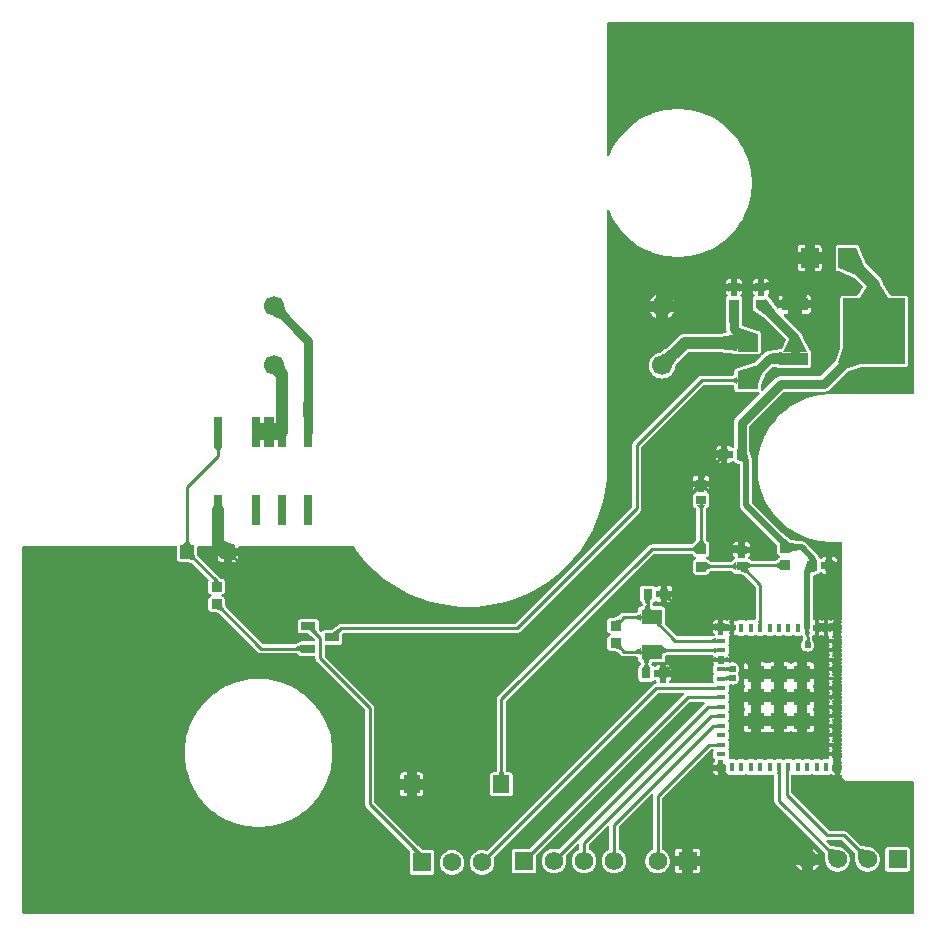
<source format=gtl>
G04 Layer: TopLayer*
G04 EasyEDA v6.5.21, 2022-10-26 23:24:46*
G04 7043a08dc792485ca80c43a16287fa54,0a3b9bc433cf4336b4e61a92af7c5883,10*
G04 Gerber Generator version 0.2*
G04 Scale: 100 percent, Rotated: No, Reflected: No *
G04 Dimensions in inches *
G04 leading zeros omitted , absolute positions ,3 integer and 6 decimal *
%FSLAX36Y36*%
%MOIN*%

%AMMACRO1*21,1,$1,$2,0,0,$3*%
%ADD10C,0.0100*%
%ADD11C,0.0197*%
%ADD12C,0.0118*%
%ADD13C,0.0394*%
%ADD14C,0.0315*%
%ADD15C,0.0098*%
%ADD16R,0.0315X0.1008*%
%ADD17MACRO1,0.068X0.0585X90.0000*%
%ADD18R,0.0315X0.0354*%
%ADD19R,0.0354X0.0315*%
%ADD20R,0.0551X0.0591*%
%ADD21MACRO1,0.034X0.0318X0.0000*%
%ADD22R,0.0340X0.0318*%
%ADD23R,0.0276X0.0276*%
%ADD24R,0.0315X0.0157*%
%ADD25R,0.0157X0.0315*%
%ADD26R,0.0571X0.0571*%
%ADD27R,0.0873X0.0419*%
%ADD28MACRO1,0.2186X0.2049X-90.0000*%
%ADD29R,0.0709X0.0512*%
%ADD30MACRO1,0.068X0.0585X0.0000*%
%ADD31R,0.0680X0.0585*%
%ADD32R,0.0472X0.0453*%
%ADD33R,0.0492X0.0276*%
%ADD34C,0.0669*%
%ADD35R,0.0620X0.0620*%
%ADD36C,0.0620*%
%ADD37C,0.0240*%
%ADD38C,0.0169*%

%LPD*%
G36*
X-3298680Y145000D02*
G01*
X-3300200Y145300D01*
X-3301500Y146180D01*
X-3302380Y147460D01*
X-3302679Y149000D01*
X-3302679Y168020D01*
X-3319640Y168020D01*
X-3321220Y168340D01*
X-3322540Y169259D01*
X-3323399Y170620D01*
X-3323639Y172220D01*
X-3321259Y219600D01*
X-3320920Y221080D01*
X-3320040Y222300D01*
X-3318759Y223120D01*
X-3317280Y223400D01*
X-3302679Y223400D01*
X-3302679Y241000D01*
X-3302380Y242540D01*
X-3301500Y243820D01*
X-3300200Y244700D01*
X-3298680Y245000D01*
X-3271960Y245000D01*
X-3270440Y244700D01*
X-3269140Y243820D01*
X-3268260Y242540D01*
X-3267960Y241000D01*
X-3267960Y223400D01*
X-3252380Y223400D01*
X-3252380Y241000D01*
X-3252080Y242540D01*
X-3251220Y243820D01*
X-3249920Y244700D01*
X-3248380Y245000D01*
X-3243800Y245000D01*
X-3242100Y244620D01*
X-3240700Y243540D01*
X-3239920Y241980D01*
X-3239880Y240219D01*
X-3240000Y239600D01*
X-3240000Y149000D01*
X-3240299Y147460D01*
X-3241180Y146180D01*
X-3242460Y145300D01*
X-3244000Y145000D01*
X-3248380Y145000D01*
X-3249920Y145300D01*
X-3251220Y146180D01*
X-3252080Y147460D01*
X-3252380Y149000D01*
X-3252380Y168020D01*
X-3267960Y168020D01*
X-3267960Y149000D01*
X-3268260Y147460D01*
X-3269140Y146180D01*
X-3270440Y145300D01*
X-3271960Y145000D01*
G37*

%LPD*%
G36*
X-4103039Y-1410980D02*
G01*
X-4104580Y-1410680D01*
X-4105860Y-1409820D01*
X-4106740Y-1408520D01*
X-4107040Y-1406980D01*
X-4107040Y-189000D01*
X-4106740Y-187460D01*
X-4105860Y-186180D01*
X-4104580Y-185300D01*
X-4103039Y-185000D01*
X-3596120Y-185000D01*
X-3594600Y-185300D01*
X-3593300Y-186180D01*
X-3592440Y-187460D01*
X-3592120Y-189000D01*
X-3592120Y-227420D01*
X-3591840Y-229899D01*
X-3591100Y-232060D01*
X-3589880Y-233980D01*
X-3588260Y-235600D01*
X-3586340Y-236800D01*
X-3584200Y-237560D01*
X-3581700Y-237840D01*
X-3556580Y-237840D01*
X-3555360Y-238020D01*
X-3543480Y-241820D01*
X-3542620Y-242220D01*
X-3541880Y-242800D01*
X-3487559Y-297140D01*
X-3486720Y-298360D01*
X-3486380Y-299820D01*
X-3486600Y-301280D01*
X-3486920Y-302200D01*
X-3487200Y-304700D01*
X-3487200Y-336000D01*
X-3486920Y-338480D01*
X-3486180Y-340640D01*
X-3484960Y-342560D01*
X-3483360Y-344180D01*
X-3481420Y-345379D01*
X-3479040Y-346220D01*
X-3477640Y-347060D01*
X-3476680Y-348400D01*
X-3476360Y-350000D01*
X-3476680Y-351599D01*
X-3477640Y-352939D01*
X-3479040Y-353780D01*
X-3481420Y-354620D01*
X-3483360Y-355820D01*
X-3484960Y-357440D01*
X-3486180Y-359360D01*
X-3486920Y-361520D01*
X-3487200Y-364000D01*
X-3487200Y-395300D01*
X-3486920Y-397800D01*
X-3486180Y-399940D01*
X-3484960Y-401880D01*
X-3483360Y-403480D01*
X-3481420Y-404700D01*
X-3479280Y-405460D01*
X-3476780Y-405740D01*
X-3465200Y-405740D01*
X-3463960Y-405920D01*
X-3451920Y-409780D01*
X-3451060Y-410180D01*
X-3450320Y-410760D01*
X-3323140Y-537960D01*
X-3320700Y-539960D01*
X-3318080Y-541360D01*
X-3315240Y-542220D01*
X-3312100Y-542520D01*
X-3197100Y-542520D01*
X-3195299Y-542940D01*
X-3188279Y-546460D01*
X-3187240Y-547200D01*
X-3185320Y-549140D01*
X-3183380Y-550340D01*
X-3181240Y-551100D01*
X-3178740Y-551380D01*
X-3134120Y-551380D01*
X-3132600Y-551680D01*
X-3131300Y-552560D01*
X-3130419Y-553860D01*
X-3130120Y-555380D01*
X-3130120Y-559800D01*
X-3129820Y-562940D01*
X-3128960Y-565780D01*
X-3127559Y-568400D01*
X-3125560Y-570840D01*
X-2966300Y-730100D01*
X-2965419Y-731380D01*
X-2965120Y-732920D01*
X-2965120Y-1044800D01*
X-2964820Y-1047940D01*
X-2963960Y-1050780D01*
X-2962559Y-1053400D01*
X-2960560Y-1055840D01*
X-2816080Y-1200320D01*
X-2815240Y-1201540D01*
X-2814900Y-1203000D01*
X-2815120Y-1204460D01*
X-2815920Y-1206740D01*
X-2816200Y-1209220D01*
X-2816200Y-1270780D01*
X-2815920Y-1273260D01*
X-2815160Y-1275420D01*
X-2813960Y-1277340D01*
X-2812340Y-1278960D01*
X-2810419Y-1280160D01*
X-2808260Y-1280920D01*
X-2805779Y-1281200D01*
X-2744220Y-1281200D01*
X-2741740Y-1280920D01*
X-2739580Y-1280160D01*
X-2737660Y-1278960D01*
X-2736040Y-1277340D01*
X-2734840Y-1275420D01*
X-2734080Y-1273260D01*
X-2733800Y-1270780D01*
X-2733800Y-1209220D01*
X-2734080Y-1206740D01*
X-2734840Y-1204580D01*
X-2736040Y-1202660D01*
X-2737660Y-1201040D01*
X-2739580Y-1199840D01*
X-2741740Y-1199080D01*
X-2744220Y-1198800D01*
X-2769040Y-1198800D01*
X-2770280Y-1198600D01*
X-2771420Y-1198020D01*
X-2787360Y-1186260D01*
X-2933700Y-1039900D01*
X-2934580Y-1038620D01*
X-2934880Y-1037080D01*
X-2934880Y-725200D01*
X-2935179Y-722060D01*
X-2936040Y-719220D01*
X-2937440Y-716600D01*
X-2939440Y-714160D01*
X-3098700Y-554900D01*
X-3099580Y-553620D01*
X-3099880Y-552080D01*
X-3099880Y-517980D01*
X-3099580Y-516440D01*
X-3098700Y-515160D01*
X-3097400Y-514280D01*
X-3095880Y-513980D01*
X-3051259Y-513980D01*
X-3048759Y-513700D01*
X-3046620Y-512939D01*
X-3044680Y-511740D01*
X-3043080Y-510120D01*
X-3041860Y-508200D01*
X-3041100Y-506040D01*
X-3040820Y-503560D01*
X-3040820Y-480900D01*
X-3040620Y-479640D01*
X-3040040Y-478519D01*
X-3038740Y-476740D01*
X-3037860Y-475880D01*
X-3036740Y-475319D01*
X-3035520Y-475120D01*
X-2460200Y-475120D01*
X-2457060Y-474820D01*
X-2454220Y-473960D01*
X-2451600Y-472560D01*
X-2449160Y-470560D01*
X-2049440Y-70840D01*
X-2047440Y-68400D01*
X-2046040Y-65780D01*
X-2045180Y-62939D01*
X-2044880Y-59800D01*
X-2044880Y142080D01*
X-2044580Y143620D01*
X-2043700Y144900D01*
X-1837600Y351000D01*
X-1836320Y351880D01*
X-1834780Y352180D01*
X-1742140Y352180D01*
X-1740340Y351760D01*
X-1736420Y349799D01*
X-1735260Y348920D01*
X-1734480Y347660D01*
X-1734220Y346220D01*
X-1734220Y338300D01*
X-1733940Y335800D01*
X-1733180Y333660D01*
X-1731980Y331719D01*
X-1730360Y330120D01*
X-1728440Y328900D01*
X-1726279Y328160D01*
X-1723800Y327879D01*
X-1656200Y327879D01*
X-1653620Y328160D01*
X-1651980Y328020D01*
X-1650560Y327220D01*
X-1649560Y325920D01*
X-1649160Y324340D01*
X-1649440Y322720D01*
X-1650340Y321360D01*
X-1728240Y243460D01*
X-1730980Y240240D01*
X-1733100Y236780D01*
X-1734660Y233020D01*
X-1735620Y229060D01*
X-1735940Y224840D01*
X-1735940Y145540D01*
X-1736300Y143900D01*
X-1737280Y142560D01*
X-1738700Y141720D01*
X-1740360Y141560D01*
X-1741940Y142060D01*
X-1743180Y143180D01*
X-1743760Y143960D01*
X-1745460Y145680D01*
X-1747400Y146880D01*
X-1749540Y147640D01*
X-1752040Y147920D01*
X-1757180Y147920D01*
X-1757180Y131360D01*
X-1742400Y131360D01*
X-1740860Y131060D01*
X-1739560Y130180D01*
X-1738700Y128880D01*
X-1738400Y127360D01*
X-1738400Y112640D01*
X-1738700Y111120D01*
X-1739560Y109820D01*
X-1740860Y108940D01*
X-1742400Y108640D01*
X-1757180Y108640D01*
X-1757180Y92080D01*
X-1752040Y92080D01*
X-1749540Y92360D01*
X-1747400Y93120D01*
X-1745460Y94320D01*
X-1743860Y95940D01*
X-1743380Y96679D01*
X-1742280Y97840D01*
X-1740800Y98480D01*
X-1739199Y98480D01*
X-1737720Y97840D01*
X-1736620Y96679D01*
X-1736140Y95940D01*
X-1734540Y94320D01*
X-1732600Y93120D01*
X-1730460Y92360D01*
X-1727120Y91940D01*
X-1717980Y89420D01*
X-1716459Y88620D01*
X-1715420Y87260D01*
X-1715040Y85559D01*
X-1715040Y-49920D01*
X-1714960Y-51740D01*
X-1714740Y-53480D01*
X-1714360Y-55180D01*
X-1713839Y-56860D01*
X-1713160Y-58460D01*
X-1712360Y-60020D01*
X-1711420Y-61500D01*
X-1710360Y-62880D01*
X-1709120Y-64240D01*
X-1613640Y-159700D01*
X-1593260Y-182000D01*
X-1592480Y-183240D01*
X-1592200Y-184700D01*
X-1592200Y-206000D01*
X-1591920Y-208480D01*
X-1591180Y-210640D01*
X-1589960Y-212560D01*
X-1588360Y-214180D01*
X-1586420Y-215380D01*
X-1584040Y-216220D01*
X-1582640Y-217060D01*
X-1581680Y-218400D01*
X-1581360Y-220000D01*
X-1581680Y-221600D01*
X-1582640Y-222940D01*
X-1584040Y-223780D01*
X-1586420Y-224620D01*
X-1588360Y-225820D01*
X-1589960Y-227440D01*
X-1591960Y-230620D01*
X-1593120Y-231520D01*
X-1598420Y-234160D01*
X-1600200Y-234579D01*
X-1674079Y-234579D01*
X-1675880Y-234160D01*
X-1684820Y-229680D01*
X-1686900Y-228240D01*
X-1687960Y-227100D01*
X-1688500Y-225640D01*
X-1688440Y-224100D01*
X-1687800Y-222680D01*
X-1686680Y-221620D01*
X-1685940Y-221140D01*
X-1684319Y-219540D01*
X-1683120Y-217600D01*
X-1682360Y-215460D01*
X-1682080Y-212960D01*
X-1682080Y-207820D01*
X-1698640Y-207820D01*
X-1698640Y-222600D01*
X-1698940Y-224140D01*
X-1699820Y-225440D01*
X-1701120Y-226300D01*
X-1702640Y-226600D01*
X-1717360Y-226600D01*
X-1718880Y-226300D01*
X-1720180Y-225440D01*
X-1721060Y-224140D01*
X-1721360Y-222600D01*
X-1721360Y-207820D01*
X-1737920Y-207820D01*
X-1737920Y-212960D01*
X-1737640Y-215460D01*
X-1736879Y-217600D01*
X-1735680Y-219540D01*
X-1734060Y-221140D01*
X-1733320Y-221620D01*
X-1732160Y-222719D01*
X-1731519Y-224200D01*
X-1731519Y-225799D01*
X-1732160Y-227280D01*
X-1733320Y-228380D01*
X-1734060Y-228860D01*
X-1735660Y-230440D01*
X-1737160Y-232900D01*
X-1737860Y-233760D01*
X-1738779Y-234380D01*
X-1744120Y-237060D01*
X-1745900Y-237480D01*
X-1809800Y-237480D01*
X-1811600Y-237060D01*
X-1818680Y-233500D01*
X-1819720Y-232760D01*
X-1821639Y-230820D01*
X-1823580Y-229620D01*
X-1825960Y-228780D01*
X-1827360Y-227940D01*
X-1828320Y-226600D01*
X-1828640Y-225000D01*
X-1828320Y-223400D01*
X-1827360Y-222060D01*
X-1825960Y-221220D01*
X-1823580Y-220380D01*
X-1821639Y-219180D01*
X-1820040Y-217560D01*
X-1818820Y-215640D01*
X-1818080Y-213480D01*
X-1817800Y-211000D01*
X-1817800Y-179700D01*
X-1818080Y-177200D01*
X-1818820Y-175060D01*
X-1820040Y-173120D01*
X-1821639Y-171520D01*
X-1823580Y-170300D01*
X-1824840Y-169860D01*
X-1826160Y-169080D01*
X-1827100Y-167880D01*
X-1829460Y-163140D01*
X-1829880Y-161360D01*
X-1829880Y-66420D01*
X-1829460Y-64640D01*
X-1827240Y-60199D01*
X-1826300Y-58980D01*
X-1824980Y-58200D01*
X-1822860Y-57480D01*
X-1820940Y-56260D01*
X-1819319Y-54640D01*
X-1818120Y-52720D01*
X-1817360Y-50560D01*
X-1817080Y-48080D01*
X-1817080Y-17040D01*
X-1817360Y-14540D01*
X-1818120Y-12400D01*
X-1819319Y-10460D01*
X-1820940Y-8860D01*
X-1821680Y-8380D01*
X-1822840Y-7280D01*
X-1823480Y-5800D01*
X-1823480Y-4200D01*
X-1822840Y-2720D01*
X-1821680Y-1620D01*
X-1820940Y-1140D01*
X-1819319Y460D01*
X-1818120Y2400D01*
X-1817360Y4540D01*
X-1817080Y7040D01*
X-1817080Y12180D01*
X-1833640Y12180D01*
X-1833640Y-2600D01*
X-1833940Y-4140D01*
X-1834820Y-5440D01*
X-1836120Y-6300D01*
X-1837640Y-6600D01*
X-1852360Y-6600D01*
X-1853880Y-6300D01*
X-1855180Y-5440D01*
X-1856060Y-4140D01*
X-1856360Y-2600D01*
X-1856360Y12180D01*
X-1872920Y12180D01*
X-1872920Y7040D01*
X-1872640Y4540D01*
X-1871879Y2400D01*
X-1870680Y460D01*
X-1869060Y-1140D01*
X-1868320Y-1620D01*
X-1867160Y-2720D01*
X-1866519Y-4200D01*
X-1866519Y-5800D01*
X-1867160Y-7280D01*
X-1868320Y-8380D01*
X-1869060Y-8860D01*
X-1870680Y-10460D01*
X-1871879Y-12400D01*
X-1872640Y-14540D01*
X-1872920Y-17040D01*
X-1872920Y-48080D01*
X-1872640Y-50560D01*
X-1871879Y-52720D01*
X-1870680Y-54640D01*
X-1869060Y-56260D01*
X-1867140Y-57480D01*
X-1865020Y-58200D01*
X-1863700Y-58980D01*
X-1862760Y-60199D01*
X-1860540Y-64640D01*
X-1860120Y-66420D01*
X-1860120Y-161360D01*
X-1860540Y-163140D01*
X-1862920Y-167880D01*
X-1863839Y-169080D01*
X-1865160Y-169860D01*
X-1866420Y-170300D01*
X-1868360Y-171520D01*
X-1869960Y-173120D01*
X-1871960Y-176300D01*
X-1873120Y-177180D01*
X-1878260Y-179760D01*
X-1880040Y-180180D01*
X-2009500Y-180180D01*
X-2012640Y-180479D01*
X-2015480Y-181340D01*
X-2018080Y-182740D01*
X-2020520Y-184740D01*
X-2520940Y-684560D01*
X-2522960Y-687000D01*
X-2524340Y-689620D01*
X-2525220Y-692440D01*
X-2525520Y-695580D01*
X-2525520Y-932360D01*
X-2525940Y-934140D01*
X-2527900Y-938060D01*
X-2528780Y-939240D01*
X-2530040Y-940000D01*
X-2531480Y-940280D01*
X-2537720Y-940280D01*
X-2540220Y-940560D01*
X-2542360Y-941300D01*
X-2544300Y-942520D01*
X-2545900Y-944120D01*
X-2547120Y-946060D01*
X-2547880Y-948199D01*
X-2548160Y-950699D01*
X-2548160Y-1009300D01*
X-2547880Y-1011800D01*
X-2547120Y-1013940D01*
X-2545900Y-1015879D01*
X-2544300Y-1017480D01*
X-2542360Y-1018700D01*
X-2540220Y-1019440D01*
X-2537720Y-1019720D01*
X-2483060Y-1019720D01*
X-2480580Y-1019440D01*
X-2478420Y-1018700D01*
X-2476500Y-1017480D01*
X-2474880Y-1015879D01*
X-2473660Y-1013940D01*
X-2472920Y-1011800D01*
X-2472640Y-1009300D01*
X-2472640Y-950699D01*
X-2472920Y-948199D01*
X-2473660Y-946060D01*
X-2474880Y-944120D01*
X-2476500Y-942520D01*
X-2478420Y-941300D01*
X-2480580Y-940560D01*
X-2483060Y-940280D01*
X-2489320Y-940280D01*
X-2490760Y-940000D01*
X-2492020Y-939240D01*
X-2492900Y-938060D01*
X-2494860Y-934140D01*
X-2495280Y-932360D01*
X-2495280Y-703319D01*
X-2494980Y-701800D01*
X-2494100Y-700500D01*
X-2004620Y-211600D01*
X-2003320Y-210720D01*
X-2001780Y-210420D01*
X-1880200Y-210420D01*
X-1878420Y-210840D01*
X-1873120Y-213480D01*
X-1871960Y-214380D01*
X-1869960Y-217560D01*
X-1868360Y-219180D01*
X-1866420Y-220380D01*
X-1864040Y-221220D01*
X-1862640Y-222060D01*
X-1861680Y-223400D01*
X-1861360Y-225000D01*
X-1861680Y-226600D01*
X-1862640Y-227940D01*
X-1864040Y-228780D01*
X-1866420Y-229620D01*
X-1868360Y-230820D01*
X-1869960Y-232440D01*
X-1871180Y-234360D01*
X-1871920Y-236520D01*
X-1872200Y-239000D01*
X-1872200Y-270300D01*
X-1871920Y-272800D01*
X-1871180Y-274940D01*
X-1869960Y-276880D01*
X-1868360Y-278480D01*
X-1866420Y-279700D01*
X-1864280Y-280460D01*
X-1861780Y-280740D01*
X-1828220Y-280740D01*
X-1825720Y-280460D01*
X-1823580Y-279700D01*
X-1821639Y-278480D01*
X-1820040Y-276880D01*
X-1818820Y-274940D01*
X-1817980Y-272520D01*
X-1817200Y-271200D01*
X-1816000Y-270260D01*
X-1811740Y-268140D01*
X-1809960Y-267720D01*
X-1745760Y-267720D01*
X-1743959Y-268140D01*
X-1738779Y-270740D01*
X-1737860Y-271360D01*
X-1737160Y-272220D01*
X-1735660Y-274660D01*
X-1734060Y-276260D01*
X-1732140Y-277480D01*
X-1729980Y-278220D01*
X-1727500Y-278500D01*
X-1716100Y-278500D01*
X-1714820Y-278720D01*
X-1701339Y-283240D01*
X-1699780Y-284200D01*
X-1664300Y-319700D01*
X-1663420Y-320980D01*
X-1663120Y-322520D01*
X-1663120Y-425840D01*
X-1663200Y-426620D01*
X-1663720Y-429200D01*
X-1664400Y-430760D01*
X-1665660Y-431880D01*
X-1667280Y-432400D01*
X-1669340Y-432040D01*
X-1671840Y-431760D01*
X-1687140Y-431760D01*
X-1689620Y-432040D01*
X-1691780Y-432800D01*
X-1693100Y-433640D01*
X-1694500Y-434180D01*
X-1695980Y-434180D01*
X-1697360Y-433640D01*
X-1698700Y-432800D01*
X-1700840Y-432040D01*
X-1703340Y-431760D01*
X-1718640Y-431760D01*
X-1721120Y-432040D01*
X-1723280Y-432800D01*
X-1724600Y-433640D01*
X-1725980Y-434180D01*
X-1727480Y-434180D01*
X-1728860Y-433640D01*
X-1730200Y-432800D01*
X-1732340Y-432040D01*
X-1734840Y-431760D01*
X-1736040Y-431760D01*
X-1736040Y-447340D01*
X-1733060Y-447340D01*
X-1731519Y-447640D01*
X-1730220Y-448519D01*
X-1729360Y-449820D01*
X-1729060Y-451340D01*
X-1729060Y-464099D01*
X-1729360Y-465620D01*
X-1730220Y-466920D01*
X-1731519Y-467780D01*
X-1733060Y-468100D01*
X-1736040Y-468100D01*
X-1736040Y-483660D01*
X-1734840Y-483660D01*
X-1732340Y-483380D01*
X-1730200Y-482640D01*
X-1728860Y-481800D01*
X-1727480Y-481260D01*
X-1725980Y-481260D01*
X-1724600Y-481800D01*
X-1723280Y-482640D01*
X-1721120Y-483380D01*
X-1718640Y-483660D01*
X-1703340Y-483660D01*
X-1700840Y-483380D01*
X-1698700Y-482640D01*
X-1697360Y-481800D01*
X-1695980Y-481260D01*
X-1694500Y-481260D01*
X-1693100Y-481800D01*
X-1691780Y-482640D01*
X-1689620Y-483380D01*
X-1687140Y-483660D01*
X-1671840Y-483660D01*
X-1669340Y-483380D01*
X-1667200Y-482640D01*
X-1665860Y-481800D01*
X-1664480Y-481260D01*
X-1663000Y-481260D01*
X-1661620Y-481800D01*
X-1660280Y-482640D01*
X-1658140Y-483380D01*
X-1655640Y-483660D01*
X-1640340Y-483660D01*
X-1637860Y-483380D01*
X-1635700Y-482640D01*
X-1634379Y-481800D01*
X-1632980Y-481260D01*
X-1631500Y-481260D01*
X-1630120Y-481800D01*
X-1628779Y-482640D01*
X-1626639Y-483380D01*
X-1624139Y-483660D01*
X-1608839Y-483660D01*
X-1606360Y-483380D01*
X-1604199Y-482640D01*
X-1602880Y-481800D01*
X-1601500Y-481260D01*
X-1600000Y-481260D01*
X-1598620Y-481800D01*
X-1597280Y-482640D01*
X-1595140Y-483380D01*
X-1592640Y-483660D01*
X-1577360Y-483660D01*
X-1574860Y-483380D01*
X-1572720Y-482640D01*
X-1571380Y-481800D01*
X-1570000Y-481260D01*
X-1568500Y-481260D01*
X-1567120Y-481800D01*
X-1565800Y-482640D01*
X-1563640Y-483380D01*
X-1561160Y-483660D01*
X-1545860Y-483660D01*
X-1543360Y-483380D01*
X-1541220Y-482640D01*
X-1539880Y-481800D01*
X-1538500Y-481260D01*
X-1537020Y-481260D01*
X-1535620Y-481800D01*
X-1534300Y-482640D01*
X-1532140Y-483380D01*
X-1529660Y-483660D01*
X-1514360Y-483660D01*
X-1511860Y-483380D01*
X-1511300Y-483180D01*
X-1509620Y-482980D01*
X-1508020Y-483459D01*
X-1506759Y-484580D01*
X-1506060Y-486100D01*
X-1505440Y-489000D01*
X-1505340Y-489799D01*
X-1505300Y-495520D01*
X-1505680Y-497280D01*
X-1507860Y-501880D01*
X-1509220Y-503900D01*
X-1510840Y-507420D01*
X-1511840Y-511140D01*
X-1512180Y-515000D01*
X-1511840Y-518860D01*
X-1510840Y-522580D01*
X-1509220Y-526100D01*
X-1507000Y-529260D01*
X-1504259Y-532000D01*
X-1501100Y-534220D01*
X-1497580Y-535840D01*
X-1493860Y-536840D01*
X-1490000Y-537180D01*
X-1486140Y-536840D01*
X-1482420Y-535840D01*
X-1478899Y-534220D01*
X-1475740Y-532000D01*
X-1473000Y-529260D01*
X-1470780Y-526100D01*
X-1469160Y-522580D01*
X-1468160Y-518860D01*
X-1467820Y-515000D01*
X-1468160Y-511140D01*
X-1469160Y-507420D01*
X-1470780Y-503900D01*
X-1472380Y-501560D01*
X-1474640Y-497020D01*
X-1475060Y-495280D01*
X-1475100Y-489460D01*
X-1474620Y-486380D01*
X-1473959Y-484799D01*
X-1472700Y-483640D01*
X-1471060Y-483100D01*
X-1466660Y-483660D01*
X-1465460Y-483660D01*
X-1465460Y-468100D01*
X-1467420Y-468100D01*
X-1468839Y-467819D01*
X-1470100Y-467060D01*
X-1470980Y-465900D01*
X-1471399Y-464500D01*
X-1471279Y-463060D01*
X-1470780Y-461180D01*
X-1470460Y-457520D01*
X-1470460Y-451340D01*
X-1470160Y-449820D01*
X-1469280Y-448519D01*
X-1467980Y-447640D01*
X-1466459Y-447340D01*
X-1465460Y-447340D01*
X-1465460Y-431760D01*
X-1466459Y-431760D01*
X-1467980Y-431460D01*
X-1469280Y-430600D01*
X-1470160Y-429300D01*
X-1470460Y-427760D01*
X-1470460Y-284740D01*
X-1470100Y-283080D01*
X-1469060Y-281720D01*
X-1467580Y-280900D01*
X-1457760Y-278060D01*
X-1454540Y-277640D01*
X-1452400Y-276880D01*
X-1450460Y-275680D01*
X-1448860Y-274060D01*
X-1448380Y-273320D01*
X-1447280Y-272160D01*
X-1445800Y-271520D01*
X-1444199Y-271520D01*
X-1442720Y-272160D01*
X-1441620Y-273320D01*
X-1441140Y-274060D01*
X-1439540Y-275680D01*
X-1437600Y-276880D01*
X-1435460Y-277640D01*
X-1432960Y-277920D01*
X-1427820Y-277920D01*
X-1427820Y-261360D01*
X-1442600Y-261360D01*
X-1444139Y-261060D01*
X-1445440Y-260180D01*
X-1446300Y-258880D01*
X-1446600Y-257360D01*
X-1446600Y-242640D01*
X-1446300Y-241119D01*
X-1445440Y-239820D01*
X-1444139Y-238939D01*
X-1442600Y-238640D01*
X-1427820Y-238640D01*
X-1427820Y-222079D01*
X-1432960Y-222079D01*
X-1435460Y-222360D01*
X-1437600Y-223120D01*
X-1439540Y-224320D01*
X-1441140Y-225940D01*
X-1441620Y-226680D01*
X-1442720Y-227840D01*
X-1444199Y-228460D01*
X-1445800Y-228460D01*
X-1447280Y-227840D01*
X-1448380Y-226680D01*
X-1448839Y-225940D01*
X-1450640Y-224140D01*
X-1452440Y-222680D01*
X-1453140Y-221940D01*
X-1453620Y-221040D01*
X-1454460Y-218900D01*
X-1455240Y-217380D01*
X-1456180Y-215900D01*
X-1457240Y-214520D01*
X-1458480Y-213160D01*
X-1495760Y-175900D01*
X-1497220Y-174579D01*
X-1498500Y-173600D01*
X-1500080Y-172580D01*
X-1501519Y-171840D01*
X-1503260Y-171119D01*
X-1504800Y-170640D01*
X-1506639Y-170240D01*
X-1508240Y-170040D01*
X-1510200Y-169960D01*
X-1517140Y-170000D01*
X-1517920Y-169920D01*
X-1542880Y-165080D01*
X-1544500Y-164360D01*
X-1575260Y-141400D01*
X-1673779Y-42859D01*
X-1674660Y-41580D01*
X-1674960Y-40039D01*
X-1674960Y102520D01*
X-1675040Y104340D01*
X-1675260Y106080D01*
X-1675640Y107780D01*
X-1676160Y109460D01*
X-1676840Y111060D01*
X-1677620Y112560D01*
X-1679240Y114960D01*
X-1679780Y116080D01*
X-1683899Y130239D01*
X-1684060Y131360D01*
X-1684060Y212600D01*
X-1683740Y214120D01*
X-1682880Y215420D01*
X-1570420Y327879D01*
X-1569120Y328740D01*
X-1567600Y329060D01*
X-1435160Y329060D01*
X-1430940Y329380D01*
X-1426980Y330340D01*
X-1423220Y331900D01*
X-1419760Y334020D01*
X-1416540Y336760D01*
X-1359120Y394180D01*
X-1358380Y394760D01*
X-1357520Y395160D01*
X-1310800Y410280D01*
X-1309580Y410480D01*
X-1165940Y410480D01*
X-1163460Y410760D01*
X-1161300Y411500D01*
X-1159380Y412720D01*
X-1157760Y414340D01*
X-1156540Y416260D01*
X-1155800Y418420D01*
X-1155520Y420900D01*
X-1155520Y639100D01*
X-1155800Y641580D01*
X-1156540Y643740D01*
X-1157760Y645660D01*
X-1159380Y647280D01*
X-1161300Y648500D01*
X-1163460Y649240D01*
X-1165940Y649520D01*
X-1211140Y649520D01*
X-1212460Y649740D01*
X-1213620Y650380D01*
X-1214520Y651380D01*
X-1238040Y688439D01*
X-1238620Y689980D01*
X-1238840Y691420D01*
X-1239660Y694780D01*
X-1239960Y695699D01*
X-1241300Y698940D01*
X-1241740Y699800D01*
X-1243560Y702800D01*
X-1246340Y706280D01*
X-1293080Y753040D01*
X-1293940Y754320D01*
X-1318580Y812780D01*
X-1319820Y814960D01*
X-1321339Y816640D01*
X-1323200Y817960D01*
X-1325320Y818820D01*
X-1328120Y819220D01*
X-1386320Y819220D01*
X-1388800Y818940D01*
X-1390960Y818180D01*
X-1392880Y816979D01*
X-1394500Y815360D01*
X-1395700Y813439D01*
X-1396459Y811280D01*
X-1396740Y808800D01*
X-1396740Y741200D01*
X-1396459Y738720D01*
X-1395700Y736560D01*
X-1394500Y734640D01*
X-1392880Y733020D01*
X-1390960Y731820D01*
X-1388800Y731060D01*
X-1386579Y730660D01*
X-1334100Y709100D01*
X-1332780Y708220D01*
X-1306260Y681700D01*
X-1305480Y680600D01*
X-1305120Y679320D01*
X-1305200Y677980D01*
X-1305720Y676740D01*
X-1321800Y651380D01*
X-1322700Y650380D01*
X-1323860Y649740D01*
X-1325180Y649520D01*
X-1370380Y649520D01*
X-1372880Y649240D01*
X-1375020Y648500D01*
X-1376960Y647280D01*
X-1378560Y645660D01*
X-1379780Y643740D01*
X-1380520Y641580D01*
X-1380800Y639100D01*
X-1380800Y475460D01*
X-1381040Y474140D01*
X-1396040Y431220D01*
X-1396980Y429720D01*
X-1444580Y382120D01*
X-1445880Y381260D01*
X-1447400Y380940D01*
X-1579840Y380940D01*
X-1584060Y380620D01*
X-1588020Y379660D01*
X-1591780Y378100D01*
X-1595240Y375980D01*
X-1598460Y373240D01*
X-1639280Y332420D01*
X-1640640Y331520D01*
X-1642260Y331260D01*
X-1643839Y331640D01*
X-1645140Y332640D01*
X-1645920Y334080D01*
X-1646080Y335700D01*
X-1645780Y338300D01*
X-1645780Y350880D01*
X-1645460Y352440D01*
X-1628860Y391340D01*
X-1628000Y392600D01*
X-1609720Y410880D01*
X-1608760Y411599D01*
X-1607620Y411980D01*
X-1606399Y412020D01*
X-1576860Y408400D01*
X-1575380Y408300D01*
X-1488400Y408300D01*
X-1485900Y408579D01*
X-1483760Y409340D01*
X-1481819Y410540D01*
X-1480220Y412160D01*
X-1479000Y414080D01*
X-1478240Y416240D01*
X-1477960Y418720D01*
X-1477960Y460160D01*
X-1478240Y462660D01*
X-1479000Y464799D01*
X-1480220Y466740D01*
X-1481819Y468340D01*
X-1483760Y469560D01*
X-1484520Y469820D01*
X-1485840Y470600D01*
X-1486780Y471820D01*
X-1505580Y509420D01*
X-1505980Y510900D01*
X-1506180Y513360D01*
X-1507140Y517320D01*
X-1508700Y521079D01*
X-1510820Y524540D01*
X-1513560Y527760D01*
X-1568420Y582580D01*
X-1569300Y583880D01*
X-1569600Y585400D01*
X-1569300Y586940D01*
X-1568440Y588240D01*
X-1567140Y589100D01*
X-1565600Y589400D01*
X-1556160Y589400D01*
X-1556160Y607580D01*
X-1586399Y607580D01*
X-1587500Y606500D01*
X-1588899Y605920D01*
X-1590440Y605900D01*
X-1591860Y606460D01*
X-1592960Y607520D01*
X-1618899Y644020D01*
X-1619600Y644860D01*
X-1622780Y647760D01*
X-1623420Y649240D01*
X-1623420Y650840D01*
X-1622780Y652320D01*
X-1621620Y653420D01*
X-1620940Y653860D01*
X-1619319Y655460D01*
X-1618120Y657400D01*
X-1617360Y659539D01*
X-1617080Y662039D01*
X-1617080Y667180D01*
X-1633640Y667180D01*
X-1633640Y652400D01*
X-1633940Y650860D01*
X-1634820Y649560D01*
X-1636120Y648700D01*
X-1637640Y648400D01*
X-1652360Y648400D01*
X-1653880Y648700D01*
X-1655180Y649560D01*
X-1656060Y650860D01*
X-1656360Y652400D01*
X-1656360Y667180D01*
X-1672920Y667180D01*
X-1672920Y662039D01*
X-1672640Y659539D01*
X-1671879Y657400D01*
X-1670680Y655460D01*
X-1669060Y653860D01*
X-1668320Y653379D01*
X-1667160Y652280D01*
X-1666519Y650800D01*
X-1666519Y649200D01*
X-1667160Y647720D01*
X-1668320Y646620D01*
X-1669060Y646140D01*
X-1670680Y644539D01*
X-1671879Y642600D01*
X-1672640Y640460D01*
X-1672920Y637960D01*
X-1672920Y606920D01*
X-1672640Y604440D01*
X-1671879Y602280D01*
X-1670680Y600360D01*
X-1668600Y598360D01*
X-1629740Y570480D01*
X-1563640Y504440D01*
X-1562740Y503060D01*
X-1562480Y501420D01*
X-1562900Y499820D01*
X-1576639Y472340D01*
X-1577420Y471280D01*
X-1578480Y470520D01*
X-1579740Y470160D01*
X-1618920Y465340D01*
X-1621860Y465120D01*
X-1625820Y464159D01*
X-1629580Y462600D01*
X-1633040Y460480D01*
X-1636260Y457740D01*
X-1641780Y452220D01*
X-1643180Y451300D01*
X-1643740Y451220D01*
X-1643820Y450660D01*
X-1644740Y449260D01*
X-1669019Y424980D01*
X-1669760Y424400D01*
X-1670600Y424000D01*
X-1723300Y406880D01*
X-1726279Y406460D01*
X-1728440Y405700D01*
X-1730360Y404500D01*
X-1731980Y402879D01*
X-1733180Y400959D01*
X-1733940Y398800D01*
X-1734220Y396320D01*
X-1734220Y388380D01*
X-1734480Y386940D01*
X-1735260Y385680D01*
X-1736420Y384799D01*
X-1740340Y382840D01*
X-1742140Y382420D01*
X-1842500Y382420D01*
X-1845640Y382120D01*
X-1848480Y381260D01*
X-1851100Y379860D01*
X-1853540Y377860D01*
X-2070560Y160840D01*
X-2072560Y158400D01*
X-2073959Y155780D01*
X-2074820Y152940D01*
X-2075120Y149800D01*
X-2075120Y-52080D01*
X-2075420Y-53620D01*
X-2076300Y-54900D01*
X-2465100Y-443700D01*
X-2466380Y-444580D01*
X-2467920Y-444880D01*
X-3045400Y-444880D01*
X-3048540Y-445180D01*
X-3051380Y-446040D01*
X-3054000Y-447440D01*
X-3056440Y-449440D01*
X-3060840Y-453800D01*
X-3076440Y-465240D01*
X-3077559Y-465820D01*
X-3078800Y-466019D01*
X-3100020Y-466019D01*
X-3102500Y-466300D01*
X-3104660Y-467060D01*
X-3106580Y-468260D01*
X-3108519Y-470220D01*
X-3109960Y-471140D01*
X-3111660Y-471380D01*
X-3113300Y-470900D01*
X-3114580Y-469780D01*
X-3118780Y-464080D01*
X-3119360Y-462960D01*
X-3119560Y-461700D01*
X-3119560Y-439040D01*
X-3119840Y-436560D01*
X-3120600Y-434400D01*
X-3121800Y-432480D01*
X-3123420Y-430860D01*
X-3125340Y-429660D01*
X-3127500Y-428900D01*
X-3129980Y-428620D01*
X-3178740Y-428620D01*
X-3181240Y-428900D01*
X-3183380Y-429660D01*
X-3185320Y-430860D01*
X-3186920Y-432480D01*
X-3188140Y-434400D01*
X-3188900Y-436560D01*
X-3189180Y-439040D01*
X-3189180Y-466160D01*
X-3188900Y-468640D01*
X-3188140Y-470800D01*
X-3186920Y-472720D01*
X-3185320Y-474340D01*
X-3183380Y-475540D01*
X-3181240Y-476300D01*
X-3178740Y-476580D01*
X-3157540Y-476580D01*
X-3156300Y-476780D01*
X-3155179Y-477360D01*
X-3139340Y-489040D01*
X-3131800Y-496599D01*
X-3130920Y-497900D01*
X-3130620Y-499420D01*
X-3130920Y-500959D01*
X-3131800Y-502260D01*
X-3133080Y-503120D01*
X-3134620Y-503420D01*
X-3178740Y-503420D01*
X-3181240Y-503700D01*
X-3183380Y-504460D01*
X-3185320Y-505660D01*
X-3187240Y-507600D01*
X-3188300Y-508360D01*
X-3195299Y-511860D01*
X-3197100Y-512280D01*
X-3304380Y-512280D01*
X-3305920Y-511980D01*
X-3307200Y-511100D01*
X-3428060Y-390240D01*
X-3428960Y-388900D01*
X-3432520Y-379940D01*
X-3432799Y-378459D01*
X-3432799Y-364000D01*
X-3433080Y-361520D01*
X-3433820Y-359360D01*
X-3435040Y-357440D01*
X-3436640Y-355820D01*
X-3438580Y-354620D01*
X-3440960Y-353780D01*
X-3442360Y-352939D01*
X-3443320Y-351599D01*
X-3443639Y-350000D01*
X-3443320Y-348400D01*
X-3442360Y-347060D01*
X-3440960Y-346220D01*
X-3438580Y-345379D01*
X-3436640Y-344180D01*
X-3435040Y-342560D01*
X-3433820Y-340640D01*
X-3433080Y-338480D01*
X-3432799Y-336000D01*
X-3432799Y-304700D01*
X-3433080Y-302200D01*
X-3433820Y-300060D01*
X-3435040Y-298120D01*
X-3436640Y-296520D01*
X-3438580Y-295300D01*
X-3440720Y-294540D01*
X-3443220Y-294260D01*
X-3446080Y-294260D01*
X-3447780Y-293880D01*
X-3449440Y-292460D01*
X-3519840Y-222079D01*
X-3520740Y-220700D01*
X-3524220Y-211660D01*
X-3524480Y-210219D01*
X-3524480Y-189000D01*
X-3524180Y-187460D01*
X-3523320Y-186180D01*
X-3522020Y-185300D01*
X-3520480Y-185000D01*
X-3459520Y-185000D01*
X-3457980Y-185300D01*
X-3456680Y-186180D01*
X-3455820Y-187460D01*
X-3455520Y-189000D01*
X-3455520Y-191180D01*
X-3436000Y-191180D01*
X-3436000Y-189000D01*
X-3435700Y-187460D01*
X-3434840Y-186180D01*
X-3433540Y-185300D01*
X-3432000Y-185000D01*
X-3411380Y-185000D01*
X-3409860Y-185300D01*
X-3408560Y-186180D01*
X-3407679Y-187460D01*
X-3407380Y-189000D01*
X-3407380Y-191180D01*
X-3387880Y-191180D01*
X-3387880Y-189000D01*
X-3387559Y-187460D01*
X-3386700Y-186180D01*
X-3385400Y-185300D01*
X-3383880Y-185000D01*
X-3006320Y-185000D01*
X-3005059Y-185200D01*
X-3003920Y-185799D01*
X-3003039Y-186720D01*
X-2995539Y-197460D01*
X-2983840Y-212880D01*
X-2971480Y-227800D01*
X-2958500Y-242220D01*
X-2944920Y-256060D01*
X-2930779Y-269320D01*
X-2916080Y-281980D01*
X-2900880Y-294020D01*
X-2885200Y-305420D01*
X-2869040Y-316140D01*
X-2852440Y-326180D01*
X-2835440Y-335500D01*
X-2818080Y-344120D01*
X-2800360Y-352000D01*
X-2782320Y-359120D01*
X-2764000Y-365480D01*
X-2745440Y-371079D01*
X-2726660Y-375900D01*
X-2707679Y-379920D01*
X-2688560Y-383140D01*
X-2669320Y-385560D01*
X-2650000Y-387180D01*
X-2630640Y-387980D01*
X-2611240Y-387960D01*
X-2591860Y-387140D01*
X-2572540Y-385520D01*
X-2553320Y-383060D01*
X-2534200Y-379820D01*
X-2515220Y-375780D01*
X-2496440Y-370959D01*
X-2477880Y-365340D01*
X-2459580Y-358960D01*
X-2441560Y-351800D01*
X-2423840Y-343900D01*
X-2406480Y-335280D01*
X-2389500Y-325920D01*
X-2372920Y-315880D01*
X-2356760Y-305140D01*
X-2341080Y-293720D01*
X-2325900Y-281680D01*
X-2311220Y-269000D01*
X-2297100Y-255720D01*
X-2283540Y-241860D01*
X-2270560Y-227440D01*
X-2258220Y-212480D01*
X-2246500Y-197040D01*
X-2235440Y-181100D01*
X-2225060Y-164740D01*
X-2215380Y-147940D01*
X-2206400Y-130740D01*
X-2198160Y-113200D01*
X-2190640Y-95320D01*
X-2183900Y-77140D01*
X-2177920Y-58700D01*
X-2172720Y-40020D01*
X-2168300Y-21140D01*
X-2164680Y-2080D01*
X-2161840Y17100D01*
X-2159840Y36380D01*
X-2158620Y55740D01*
X-2158220Y74920D01*
X-2158220Y930260D01*
X-2157920Y931820D01*
X-2157040Y933120D01*
X-2155720Y933980D01*
X-2154160Y934260D01*
X-2152620Y933920D01*
X-2151340Y933020D01*
X-2150500Y931700D01*
X-2150020Y930460D01*
X-2144380Y917840D01*
X-2138040Y905560D01*
X-2131000Y893660D01*
X-2123320Y882159D01*
X-2115020Y871120D01*
X-2106100Y860560D01*
X-2096600Y850520D01*
X-2086560Y841020D01*
X-2076000Y832099D01*
X-2064960Y823800D01*
X-2053460Y816120D01*
X-2041560Y809080D01*
X-2029280Y802740D01*
X-2016660Y797099D01*
X-2003740Y792159D01*
X-1990580Y787980D01*
X-1977200Y784520D01*
X-1963640Y781820D01*
X-1949960Y779900D01*
X-1936180Y778720D01*
X-1922360Y778340D01*
X-1908540Y778720D01*
X-1894760Y779900D01*
X-1881080Y781820D01*
X-1867520Y784520D01*
X-1854139Y787980D01*
X-1840980Y792159D01*
X-1828060Y797099D01*
X-1815440Y802740D01*
X-1803160Y809080D01*
X-1791260Y816120D01*
X-1779760Y823800D01*
X-1768720Y832099D01*
X-1758160Y841020D01*
X-1748120Y850520D01*
X-1738620Y860560D01*
X-1729700Y871120D01*
X-1721399Y882159D01*
X-1713720Y893660D01*
X-1706680Y905560D01*
X-1700340Y917840D01*
X-1694700Y930460D01*
X-1689760Y943379D01*
X-1685580Y956540D01*
X-1682120Y969920D01*
X-1679420Y983480D01*
X-1677500Y997159D01*
X-1676320Y1010939D01*
X-1675940Y1024760D01*
X-1676320Y1038580D01*
X-1677500Y1052360D01*
X-1679420Y1066040D01*
X-1682120Y1079600D01*
X-1685580Y1092980D01*
X-1689760Y1106140D01*
X-1694700Y1119060D01*
X-1700340Y1131680D01*
X-1706680Y1143960D01*
X-1713720Y1155860D01*
X-1721399Y1167360D01*
X-1729700Y1178400D01*
X-1738620Y1188960D01*
X-1748120Y1199000D01*
X-1758160Y1208500D01*
X-1768720Y1217420D01*
X-1779760Y1225720D01*
X-1791260Y1233400D01*
X-1803160Y1240440D01*
X-1815440Y1246780D01*
X-1828060Y1252420D01*
X-1840980Y1257360D01*
X-1854139Y1261540D01*
X-1867520Y1265000D01*
X-1881080Y1267700D01*
X-1894760Y1269620D01*
X-1908540Y1270800D01*
X-1922360Y1271180D01*
X-1936180Y1270800D01*
X-1949960Y1269620D01*
X-1963640Y1267700D01*
X-1977200Y1265000D01*
X-1990580Y1261540D01*
X-2003740Y1257360D01*
X-2016660Y1252420D01*
X-2029280Y1246780D01*
X-2041560Y1240440D01*
X-2053460Y1233400D01*
X-2064960Y1225720D01*
X-2076000Y1217420D01*
X-2086560Y1208500D01*
X-2096600Y1199000D01*
X-2106100Y1188960D01*
X-2115020Y1178400D01*
X-2123320Y1167360D01*
X-2131000Y1155860D01*
X-2138040Y1143960D01*
X-2144380Y1131680D01*
X-2150020Y1119060D01*
X-2150500Y1117820D01*
X-2151340Y1116500D01*
X-2152620Y1115600D01*
X-2154160Y1115260D01*
X-2155720Y1115540D01*
X-2157040Y1116400D01*
X-2157920Y1117700D01*
X-2158220Y1119260D01*
X-2158220Y1556740D01*
X-2157920Y1558280D01*
X-2157060Y1559560D01*
X-2155760Y1560440D01*
X-2154220Y1560740D01*
X-1139320Y1560740D01*
X-1137800Y1560440D01*
X-1136500Y1559560D01*
X-1135620Y1558280D01*
X-1135320Y1556740D01*
X-1135320Y325300D01*
X-1135620Y323760D01*
X-1136500Y322480D01*
X-1137800Y321599D01*
X-1139320Y321300D01*
X-1410020Y321300D01*
X-1424480Y320880D01*
X-1438500Y319660D01*
X-1452440Y317620D01*
X-1466220Y314820D01*
X-1479820Y311220D01*
X-1493200Y306860D01*
X-1506320Y301720D01*
X-1519100Y295860D01*
X-1531540Y289280D01*
X-1543580Y282000D01*
X-1555200Y274040D01*
X-1566320Y265420D01*
X-1576960Y256200D01*
X-1587040Y246380D01*
X-1596540Y236000D01*
X-1605420Y225080D01*
X-1613680Y213700D01*
X-1621279Y201840D01*
X-1628180Y189579D01*
X-1634379Y176940D01*
X-1639840Y163960D01*
X-1644540Y150700D01*
X-1648480Y137200D01*
X-1651660Y123480D01*
X-1654040Y109620D01*
X-1655620Y95640D01*
X-1656399Y82260D01*
X-1656399Y67500D01*
X-1655560Y53460D01*
X-1653940Y39480D01*
X-1651519Y25620D01*
X-1648320Y11920D01*
X-1644340Y-1580D01*
X-1639580Y-14840D01*
X-1634100Y-27780D01*
X-1627860Y-40400D01*
X-1620940Y-52660D01*
X-1613300Y-64480D01*
X-1605020Y-75860D01*
X-1596100Y-86740D01*
X-1586560Y-97100D01*
X-1576459Y-106880D01*
X-1565820Y-116100D01*
X-1554660Y-124660D01*
X-1543020Y-132600D01*
X-1530960Y-139840D01*
X-1518500Y-146400D01*
X-1505700Y-152220D01*
X-1492580Y-157320D01*
X-1479180Y-161640D01*
X-1465580Y-165200D01*
X-1451780Y-167979D01*
X-1437840Y-169960D01*
X-1423820Y-171160D01*
X-1410420Y-171540D01*
X-1379000Y-171540D01*
X-1377460Y-171840D01*
X-1376180Y-172719D01*
X-1375300Y-174000D01*
X-1375000Y-175539D01*
X-1375000Y-427760D01*
X-1375300Y-429300D01*
X-1376180Y-430600D01*
X-1377460Y-431460D01*
X-1379000Y-431760D01*
X-1380720Y-431760D01*
X-1380720Y-446360D01*
X-1379000Y-446360D01*
X-1377460Y-446659D01*
X-1376180Y-447520D01*
X-1375300Y-448820D01*
X-1375000Y-450360D01*
X-1375000Y-461140D01*
X-1375300Y-462660D01*
X-1376180Y-463960D01*
X-1377460Y-464840D01*
X-1379000Y-465140D01*
X-1380720Y-465140D01*
X-1380720Y-483720D01*
X-1380980Y-485140D01*
X-1381720Y-486360D01*
X-1381720Y-494580D01*
X-1379000Y-494580D01*
X-1377460Y-494900D01*
X-1376180Y-495760D01*
X-1375300Y-497060D01*
X-1375000Y-498579D01*
X-1375000Y-503459D01*
X-1375300Y-505000D01*
X-1376180Y-506280D01*
X-1377460Y-507160D01*
X-1379000Y-507460D01*
X-1381720Y-507460D01*
X-1381720Y-526080D01*
X-1379000Y-526080D01*
X-1377460Y-526380D01*
X-1376180Y-527260D01*
X-1375300Y-528560D01*
X-1375000Y-530080D01*
X-1375000Y-534960D01*
X-1375300Y-536480D01*
X-1376180Y-537780D01*
X-1377460Y-538660D01*
X-1379000Y-538960D01*
X-1381720Y-538960D01*
X-1381720Y-557580D01*
X-1379000Y-557580D01*
X-1377460Y-557880D01*
X-1376180Y-558760D01*
X-1375300Y-560040D01*
X-1375000Y-561580D01*
X-1375000Y-566460D01*
X-1375300Y-567980D01*
X-1376180Y-569280D01*
X-1377460Y-570140D01*
X-1379000Y-570460D01*
X-1381720Y-570460D01*
X-1381720Y-589080D01*
X-1379000Y-589080D01*
X-1377460Y-589380D01*
X-1376180Y-590240D01*
X-1375300Y-591540D01*
X-1375000Y-593080D01*
X-1375000Y-597940D01*
X-1375300Y-599480D01*
X-1376180Y-600780D01*
X-1377460Y-601640D01*
X-1379000Y-601940D01*
X-1381720Y-601940D01*
X-1381720Y-620580D01*
X-1379000Y-620580D01*
X-1377460Y-620880D01*
X-1376180Y-621740D01*
X-1375300Y-623040D01*
X-1375000Y-624580D01*
X-1375000Y-629440D01*
X-1375300Y-630980D01*
X-1376180Y-632280D01*
X-1377460Y-633140D01*
X-1379000Y-633440D01*
X-1381720Y-633440D01*
X-1381720Y-652060D01*
X-1379000Y-652060D01*
X-1377460Y-652380D01*
X-1376180Y-653240D01*
X-1375300Y-654539D01*
X-1375000Y-656060D01*
X-1375000Y-660939D01*
X-1375300Y-662480D01*
X-1376180Y-663760D01*
X-1377460Y-664640D01*
X-1379000Y-664940D01*
X-1381720Y-664940D01*
X-1381720Y-683560D01*
X-1379000Y-683560D01*
X-1377460Y-683860D01*
X-1376180Y-684740D01*
X-1375300Y-686040D01*
X-1375000Y-687560D01*
X-1375000Y-692440D01*
X-1375300Y-693960D01*
X-1376180Y-695260D01*
X-1377460Y-696140D01*
X-1379000Y-696440D01*
X-1381720Y-696440D01*
X-1381720Y-715060D01*
X-1379000Y-715060D01*
X-1377460Y-715360D01*
X-1376180Y-716240D01*
X-1375300Y-717520D01*
X-1375000Y-719060D01*
X-1375000Y-723940D01*
X-1375300Y-725460D01*
X-1376180Y-726760D01*
X-1377460Y-727620D01*
X-1379000Y-727940D01*
X-1381720Y-727940D01*
X-1381720Y-746560D01*
X-1379000Y-746560D01*
X-1377460Y-746860D01*
X-1376180Y-747720D01*
X-1375300Y-749020D01*
X-1375000Y-750560D01*
X-1375000Y-755420D01*
X-1375300Y-756960D01*
X-1376180Y-758259D01*
X-1377460Y-759120D01*
X-1379000Y-759419D01*
X-1381720Y-759419D01*
X-1381720Y-778060D01*
X-1379000Y-778060D01*
X-1377460Y-778360D01*
X-1376180Y-779220D01*
X-1375300Y-780520D01*
X-1375000Y-782060D01*
X-1375000Y-786919D01*
X-1375300Y-788460D01*
X-1376180Y-789760D01*
X-1377460Y-790620D01*
X-1379000Y-790920D01*
X-1381720Y-790920D01*
X-1381720Y-809539D01*
X-1379000Y-809539D01*
X-1377460Y-809860D01*
X-1376180Y-810720D01*
X-1375300Y-812020D01*
X-1375000Y-813540D01*
X-1375000Y-818420D01*
X-1375300Y-819960D01*
X-1376180Y-821240D01*
X-1377460Y-822120D01*
X-1379000Y-822420D01*
X-1381720Y-822420D01*
X-1381720Y-841040D01*
X-1379000Y-841040D01*
X-1377460Y-841340D01*
X-1376180Y-842220D01*
X-1375300Y-843520D01*
X-1375000Y-845040D01*
X-1375000Y-849920D01*
X-1375300Y-851440D01*
X-1376180Y-852740D01*
X-1377460Y-853620D01*
X-1379000Y-853920D01*
X-1381720Y-853920D01*
X-1381720Y-872540D01*
X-1379000Y-872540D01*
X-1377460Y-872840D01*
X-1376180Y-873720D01*
X-1375300Y-875000D01*
X-1375000Y-876540D01*
X-1375000Y-881420D01*
X-1375300Y-882940D01*
X-1376180Y-884240D01*
X-1377460Y-885100D01*
X-1379000Y-885420D01*
X-1381720Y-885420D01*
X-1381720Y-893640D01*
X-1380980Y-894860D01*
X-1380720Y-896280D01*
X-1380720Y-914860D01*
X-1379000Y-914860D01*
X-1377460Y-915160D01*
X-1376180Y-916040D01*
X-1375300Y-917340D01*
X-1375000Y-918860D01*
X-1375000Y-929640D01*
X-1375300Y-931180D01*
X-1376180Y-932480D01*
X-1377460Y-933340D01*
X-1379000Y-933640D01*
X-1380720Y-933640D01*
X-1380720Y-948240D01*
X-1379000Y-948240D01*
X-1377460Y-948540D01*
X-1376180Y-949400D01*
X-1375300Y-950699D01*
X-1375000Y-952240D01*
X-1374920Y-954980D01*
X-1374720Y-955280D01*
X-1360280Y-969720D01*
X-1359600Y-970000D01*
X-1139320Y-970000D01*
X-1137800Y-970300D01*
X-1136500Y-971180D01*
X-1135620Y-972460D01*
X-1135320Y-974000D01*
X-1135320Y-1406980D01*
X-1135620Y-1408520D01*
X-1136500Y-1409820D01*
X-1137800Y-1410680D01*
X-1139320Y-1410980D01*
G37*

%LPC*%
G36*
X-2675000Y-1281200D02*
G01*
X-2669620Y-1280840D01*
X-2664340Y-1279780D01*
X-2659240Y-1278060D01*
X-2654400Y-1275680D01*
X-2649920Y-1272680D01*
X-2645880Y-1269120D01*
X-2642320Y-1265080D01*
X-2639320Y-1260600D01*
X-2636940Y-1255760D01*
X-2635220Y-1250660D01*
X-2634160Y-1245380D01*
X-2633800Y-1240000D01*
X-2634160Y-1234620D01*
X-2635220Y-1229340D01*
X-2636940Y-1224240D01*
X-2639320Y-1219400D01*
X-2642320Y-1214920D01*
X-2645880Y-1210880D01*
X-2649920Y-1207320D01*
X-2654400Y-1204320D01*
X-2659240Y-1201940D01*
X-2664340Y-1200220D01*
X-2669620Y-1199160D01*
X-2675000Y-1198800D01*
X-2680380Y-1199160D01*
X-2685659Y-1200220D01*
X-2690760Y-1201940D01*
X-2695600Y-1204320D01*
X-2700080Y-1207320D01*
X-2704120Y-1210880D01*
X-2707679Y-1214920D01*
X-2710680Y-1219400D01*
X-2713060Y-1224240D01*
X-2714780Y-1229340D01*
X-2715840Y-1234620D01*
X-2716200Y-1240000D01*
X-2715840Y-1245380D01*
X-2714780Y-1250660D01*
X-2713060Y-1255760D01*
X-2710680Y-1260600D01*
X-2707679Y-1265080D01*
X-2704120Y-1269120D01*
X-2700080Y-1272680D01*
X-2695600Y-1275680D01*
X-2690760Y-1278060D01*
X-2685659Y-1279780D01*
X-2680380Y-1280840D01*
G37*
G36*
X-2575000Y-1281200D02*
G01*
X-2569620Y-1280840D01*
X-2564340Y-1279780D01*
X-2559240Y-1278060D01*
X-2554400Y-1275680D01*
X-2549920Y-1272680D01*
X-2545880Y-1269120D01*
X-2542320Y-1265080D01*
X-2539320Y-1260600D01*
X-2536940Y-1255760D01*
X-2535220Y-1250660D01*
X-2534160Y-1245380D01*
X-2533800Y-1240000D01*
X-2534160Y-1234620D01*
X-2535220Y-1229340D01*
X-2536340Y-1226000D01*
X-2536560Y-1224540D01*
X-2536220Y-1223100D01*
X-2535380Y-1221880D01*
X-1988380Y-674880D01*
X-1987080Y-674000D01*
X-1985540Y-673700D01*
X-1904860Y-673700D01*
X-1903320Y-674000D01*
X-1902020Y-674880D01*
X-1901160Y-676160D01*
X-1900860Y-677700D01*
X-1901160Y-679240D01*
X-1902020Y-680520D01*
X-2414120Y-1192620D01*
X-2415420Y-1193500D01*
X-2416960Y-1193800D01*
X-2465780Y-1193800D01*
X-2468260Y-1194080D01*
X-2470420Y-1194840D01*
X-2472340Y-1196040D01*
X-2473960Y-1197660D01*
X-2475160Y-1199580D01*
X-2475920Y-1201740D01*
X-2476200Y-1204220D01*
X-2476200Y-1265780D01*
X-2475920Y-1268260D01*
X-2475160Y-1270420D01*
X-2473960Y-1272340D01*
X-2472340Y-1273960D01*
X-2470420Y-1275160D01*
X-2468260Y-1275920D01*
X-2465780Y-1276200D01*
X-2404220Y-1276200D01*
X-2401740Y-1275920D01*
X-2399580Y-1275160D01*
X-2397660Y-1273960D01*
X-2396040Y-1272340D01*
X-2394840Y-1270420D01*
X-2394080Y-1268260D01*
X-2393800Y-1265780D01*
X-2393800Y-1216960D01*
X-2393500Y-1215420D01*
X-2392620Y-1214120D01*
X-1884880Y-706380D01*
X-1883580Y-705500D01*
X-1882040Y-705200D01*
X-1836360Y-705200D01*
X-1834820Y-705500D01*
X-1833520Y-706380D01*
X-1832660Y-707660D01*
X-1832360Y-709200D01*
X-1832660Y-710740D01*
X-1833520Y-712020D01*
X-2316880Y-1195380D01*
X-2318100Y-1196220D01*
X-2319540Y-1196560D01*
X-2321000Y-1196340D01*
X-2324340Y-1195220D01*
X-2329620Y-1194160D01*
X-2335000Y-1193800D01*
X-2340380Y-1194160D01*
X-2345660Y-1195220D01*
X-2350760Y-1196940D01*
X-2355600Y-1199320D01*
X-2360080Y-1202320D01*
X-2364120Y-1205880D01*
X-2367680Y-1209920D01*
X-2370680Y-1214400D01*
X-2373060Y-1219240D01*
X-2374780Y-1224340D01*
X-2375840Y-1229620D01*
X-2376200Y-1235000D01*
X-2375840Y-1240380D01*
X-2374780Y-1245660D01*
X-2373060Y-1250760D01*
X-2370680Y-1255600D01*
X-2367680Y-1260080D01*
X-2364120Y-1264120D01*
X-2360080Y-1267680D01*
X-2355600Y-1270680D01*
X-2350760Y-1273060D01*
X-2345660Y-1274780D01*
X-2340380Y-1275840D01*
X-2335000Y-1276200D01*
X-2329620Y-1275840D01*
X-2324340Y-1274780D01*
X-2319240Y-1273060D01*
X-2314400Y-1270680D01*
X-2309920Y-1267680D01*
X-2305880Y-1264120D01*
X-2302320Y-1260080D01*
X-2299320Y-1255600D01*
X-2296940Y-1250760D01*
X-2295220Y-1245660D01*
X-2294160Y-1240380D01*
X-2293800Y-1235000D01*
X-2294160Y-1229620D01*
X-2295220Y-1224340D01*
X-2296340Y-1221000D01*
X-2296560Y-1219540D01*
X-2296220Y-1218100D01*
X-2295380Y-1216880D01*
X-2257020Y-1178520D01*
X-2255740Y-1177660D01*
X-2254200Y-1177360D01*
X-2252660Y-1177660D01*
X-2251380Y-1178520D01*
X-2250500Y-1179820D01*
X-2250200Y-1181360D01*
X-2250200Y-1194180D01*
X-2250480Y-1195620D01*
X-2251260Y-1196880D01*
X-2252440Y-1197760D01*
X-2255600Y-1199320D01*
X-2260080Y-1202320D01*
X-2264120Y-1205880D01*
X-2267680Y-1209920D01*
X-2270680Y-1214400D01*
X-2273060Y-1219240D01*
X-2274780Y-1224340D01*
X-2275840Y-1229620D01*
X-2276200Y-1235000D01*
X-2275840Y-1240380D01*
X-2274780Y-1245660D01*
X-2273060Y-1250760D01*
X-2270680Y-1255600D01*
X-2267680Y-1260080D01*
X-2264120Y-1264120D01*
X-2260080Y-1267680D01*
X-2255600Y-1270680D01*
X-2250760Y-1273060D01*
X-2245660Y-1274780D01*
X-2240380Y-1275840D01*
X-2235000Y-1276200D01*
X-2229620Y-1275840D01*
X-2224340Y-1274780D01*
X-2219240Y-1273060D01*
X-2214400Y-1270680D01*
X-2209920Y-1267680D01*
X-2205880Y-1264120D01*
X-2202320Y-1260080D01*
X-2199320Y-1255600D01*
X-2196940Y-1250760D01*
X-2195220Y-1245660D01*
X-2194160Y-1240380D01*
X-2193800Y-1235000D01*
X-2194160Y-1229620D01*
X-2195220Y-1224340D01*
X-2196940Y-1219240D01*
X-2199320Y-1214400D01*
X-2202320Y-1209920D01*
X-2205880Y-1205880D01*
X-2209920Y-1202320D01*
X-2214400Y-1199320D01*
X-2217560Y-1197760D01*
X-2218740Y-1196880D01*
X-2219520Y-1195620D01*
X-2219800Y-1194180D01*
X-2219800Y-1182960D01*
X-2219500Y-1181420D01*
X-2218620Y-1180120D01*
X-2157020Y-1118520D01*
X-2155740Y-1117660D01*
X-2154200Y-1117360D01*
X-2152660Y-1117660D01*
X-2151380Y-1118520D01*
X-2150500Y-1119820D01*
X-2150200Y-1121360D01*
X-2150200Y-1194180D01*
X-2150480Y-1195620D01*
X-2151260Y-1196880D01*
X-2152440Y-1197760D01*
X-2155600Y-1199320D01*
X-2160080Y-1202320D01*
X-2164120Y-1205880D01*
X-2167680Y-1209920D01*
X-2170680Y-1214400D01*
X-2173060Y-1219240D01*
X-2174780Y-1224340D01*
X-2175840Y-1229620D01*
X-2176200Y-1235000D01*
X-2175840Y-1240380D01*
X-2174780Y-1245660D01*
X-2173060Y-1250760D01*
X-2170680Y-1255600D01*
X-2167680Y-1260080D01*
X-2164120Y-1264120D01*
X-2160080Y-1267680D01*
X-2155600Y-1270680D01*
X-2150760Y-1273060D01*
X-2145660Y-1274780D01*
X-2140380Y-1275840D01*
X-2135000Y-1276200D01*
X-2129620Y-1275840D01*
X-2124340Y-1274780D01*
X-2119240Y-1273060D01*
X-2114400Y-1270680D01*
X-2109920Y-1267680D01*
X-2105880Y-1264120D01*
X-2102320Y-1260080D01*
X-2099320Y-1255600D01*
X-2096940Y-1250760D01*
X-2095220Y-1245660D01*
X-2094160Y-1240380D01*
X-2093800Y-1235000D01*
X-2094160Y-1229620D01*
X-2095220Y-1224340D01*
X-2096940Y-1219240D01*
X-2099320Y-1214400D01*
X-2102320Y-1209920D01*
X-2105880Y-1205880D01*
X-2109920Y-1202320D01*
X-2114400Y-1199320D01*
X-2117560Y-1197760D01*
X-2118740Y-1196880D01*
X-2119520Y-1195620D01*
X-2119800Y-1194180D01*
X-2119800Y-1122960D01*
X-2119500Y-1121420D01*
X-2118620Y-1120120D01*
X-2011540Y-1013040D01*
X-2010060Y-1012099D01*
X-2008320Y-1011880D01*
X-2006660Y-1012440D01*
X-2005380Y-1013640D01*
X-2004760Y-1015280D01*
X-2005200Y-1020200D01*
X-2005200Y-1194180D01*
X-2005480Y-1195620D01*
X-2006260Y-1196880D01*
X-2007440Y-1197760D01*
X-2010600Y-1199320D01*
X-2015080Y-1202320D01*
X-2019120Y-1205880D01*
X-2022680Y-1209920D01*
X-2025680Y-1214400D01*
X-2028060Y-1219240D01*
X-2029780Y-1224340D01*
X-2030840Y-1229620D01*
X-2031200Y-1235000D01*
X-2030840Y-1240380D01*
X-2029780Y-1245660D01*
X-2028060Y-1250760D01*
X-2025680Y-1255600D01*
X-2022680Y-1260080D01*
X-2019120Y-1264120D01*
X-2015080Y-1267680D01*
X-2010600Y-1270680D01*
X-2005760Y-1273060D01*
X-2000660Y-1274780D01*
X-1995380Y-1275840D01*
X-1990000Y-1276200D01*
X-1984620Y-1275840D01*
X-1979340Y-1274780D01*
X-1974240Y-1273060D01*
X-1969400Y-1270680D01*
X-1964920Y-1267680D01*
X-1960880Y-1264120D01*
X-1957320Y-1260080D01*
X-1954319Y-1255600D01*
X-1951940Y-1250760D01*
X-1950220Y-1245660D01*
X-1949160Y-1240380D01*
X-1948800Y-1235000D01*
X-1949160Y-1229620D01*
X-1950220Y-1224340D01*
X-1951940Y-1219240D01*
X-1954319Y-1214400D01*
X-1957320Y-1209920D01*
X-1960880Y-1205880D01*
X-1964920Y-1202320D01*
X-1969400Y-1199320D01*
X-1972560Y-1197760D01*
X-1973740Y-1196880D01*
X-1974520Y-1195620D01*
X-1974800Y-1194180D01*
X-1974800Y-1027960D01*
X-1974500Y-1026420D01*
X-1973620Y-1025120D01*
X-1812360Y-863860D01*
X-1811060Y-862980D01*
X-1809520Y-862680D01*
X-1807060Y-862680D01*
X-1805580Y-862960D01*
X-1804300Y-863780D01*
X-1803420Y-865020D01*
X-1803060Y-866500D01*
X-1803280Y-868000D01*
X-1803580Y-868840D01*
X-1803860Y-871320D01*
X-1803860Y-886620D01*
X-1803580Y-889120D01*
X-1802820Y-891260D01*
X-1801620Y-893199D01*
X-1800000Y-894800D01*
X-1799259Y-895280D01*
X-1798100Y-896380D01*
X-1797460Y-897860D01*
X-1797460Y-899460D01*
X-1798100Y-900939D01*
X-1799259Y-902039D01*
X-1800000Y-902520D01*
X-1801620Y-904120D01*
X-1802820Y-906060D01*
X-1803580Y-908199D01*
X-1803860Y-910699D01*
X-1803860Y-914860D01*
X-1789280Y-914860D01*
X-1789280Y-901060D01*
X-1788959Y-899520D01*
X-1788100Y-898220D01*
X-1786800Y-897360D01*
X-1785280Y-897060D01*
X-1774500Y-897060D01*
X-1772960Y-897360D01*
X-1771660Y-898220D01*
X-1770800Y-899520D01*
X-1770500Y-901060D01*
X-1770500Y-914860D01*
X-1764560Y-914860D01*
X-1763020Y-915160D01*
X-1761720Y-916040D01*
X-1760860Y-917340D01*
X-1760560Y-918860D01*
X-1760560Y-929640D01*
X-1760860Y-931180D01*
X-1761720Y-932480D01*
X-1763020Y-933340D01*
X-1764560Y-933640D01*
X-1770500Y-933640D01*
X-1770500Y-948240D01*
X-1766320Y-948240D01*
X-1763839Y-947960D01*
X-1761680Y-947200D01*
X-1760360Y-946360D01*
X-1758980Y-945819D01*
X-1757480Y-945819D01*
X-1756100Y-946360D01*
X-1754760Y-947200D01*
X-1752620Y-947960D01*
X-1750120Y-948240D01*
X-1734840Y-948240D01*
X-1732340Y-947960D01*
X-1730200Y-947200D01*
X-1728860Y-946360D01*
X-1727480Y-945819D01*
X-1725980Y-945819D01*
X-1724600Y-946360D01*
X-1723280Y-947200D01*
X-1721120Y-947960D01*
X-1718640Y-948240D01*
X-1703340Y-948240D01*
X-1700840Y-947960D01*
X-1698700Y-947200D01*
X-1697360Y-946360D01*
X-1695980Y-945819D01*
X-1694500Y-945819D01*
X-1693100Y-946360D01*
X-1691780Y-947200D01*
X-1689620Y-947960D01*
X-1687140Y-948240D01*
X-1671840Y-948240D01*
X-1669340Y-947960D01*
X-1667200Y-947200D01*
X-1665860Y-946360D01*
X-1664480Y-945819D01*
X-1663000Y-945819D01*
X-1661620Y-946360D01*
X-1660280Y-947200D01*
X-1658140Y-947960D01*
X-1655640Y-948240D01*
X-1640340Y-948240D01*
X-1637860Y-947960D01*
X-1635700Y-947200D01*
X-1634379Y-946360D01*
X-1632980Y-945819D01*
X-1631500Y-945819D01*
X-1630120Y-946360D01*
X-1628779Y-947200D01*
X-1626639Y-947960D01*
X-1624139Y-948240D01*
X-1608839Y-948240D01*
X-1604360Y-947640D01*
X-1602740Y-948160D01*
X-1601459Y-949300D01*
X-1600800Y-950860D01*
X-1600200Y-954360D01*
X-1600200Y-1034800D01*
X-1599880Y-1037960D01*
X-1599019Y-1040800D01*
X-1597620Y-1043439D01*
X-1595600Y-1045879D01*
X-1434259Y-1207240D01*
X-1433460Y-1208380D01*
X-1433100Y-1209720D01*
X-1430860Y-1235300D01*
X-1429780Y-1240660D01*
X-1428060Y-1245760D01*
X-1425680Y-1250600D01*
X-1422680Y-1255080D01*
X-1419120Y-1259120D01*
X-1415080Y-1262680D01*
X-1410600Y-1265680D01*
X-1405760Y-1268060D01*
X-1400660Y-1269780D01*
X-1395380Y-1270840D01*
X-1390000Y-1271200D01*
X-1384620Y-1270840D01*
X-1379340Y-1269780D01*
X-1374240Y-1268060D01*
X-1369400Y-1265680D01*
X-1364920Y-1262680D01*
X-1360880Y-1259120D01*
X-1357320Y-1255080D01*
X-1354319Y-1250600D01*
X-1351940Y-1245760D01*
X-1350220Y-1240660D01*
X-1349160Y-1235380D01*
X-1348800Y-1230000D01*
X-1349160Y-1224620D01*
X-1350220Y-1219340D01*
X-1351940Y-1214240D01*
X-1354319Y-1209400D01*
X-1357320Y-1204920D01*
X-1360880Y-1200880D01*
X-1364920Y-1197320D01*
X-1369400Y-1194320D01*
X-1374240Y-1191940D01*
X-1379340Y-1190220D01*
X-1384700Y-1189140D01*
X-1410280Y-1186900D01*
X-1411620Y-1186540D01*
X-1412760Y-1185740D01*
X-1426480Y-1172020D01*
X-1427340Y-1170740D01*
X-1427640Y-1169200D01*
X-1427340Y-1167660D01*
X-1426480Y-1166380D01*
X-1425180Y-1165500D01*
X-1423640Y-1165200D01*
X-1377960Y-1165200D01*
X-1376420Y-1165500D01*
X-1375120Y-1166380D01*
X-1334259Y-1207240D01*
X-1333460Y-1208380D01*
X-1333100Y-1209720D01*
X-1330860Y-1235300D01*
X-1329780Y-1240660D01*
X-1328060Y-1245760D01*
X-1325680Y-1250600D01*
X-1322680Y-1255080D01*
X-1319120Y-1259120D01*
X-1315080Y-1262680D01*
X-1310600Y-1265680D01*
X-1305760Y-1268060D01*
X-1300660Y-1269780D01*
X-1295380Y-1270840D01*
X-1290000Y-1271200D01*
X-1284620Y-1270840D01*
X-1279340Y-1269780D01*
X-1274240Y-1268060D01*
X-1269400Y-1265680D01*
X-1264920Y-1262680D01*
X-1260880Y-1259120D01*
X-1257320Y-1255080D01*
X-1254320Y-1250600D01*
X-1251940Y-1245760D01*
X-1250220Y-1240660D01*
X-1249160Y-1235380D01*
X-1248800Y-1230000D01*
X-1249160Y-1224620D01*
X-1250220Y-1219340D01*
X-1251940Y-1214240D01*
X-1254320Y-1209400D01*
X-1257320Y-1204920D01*
X-1260880Y-1200880D01*
X-1264920Y-1197320D01*
X-1269400Y-1194320D01*
X-1274240Y-1191940D01*
X-1279340Y-1190220D01*
X-1284700Y-1189140D01*
X-1310280Y-1186900D01*
X-1311620Y-1186540D01*
X-1312760Y-1185740D01*
X-1359120Y-1139400D01*
X-1361560Y-1137380D01*
X-1364199Y-1135980D01*
X-1367040Y-1135120D01*
X-1370200Y-1134800D01*
X-1417040Y-1134800D01*
X-1418580Y-1134500D01*
X-1419880Y-1133620D01*
X-1543620Y-1009880D01*
X-1544500Y-1008580D01*
X-1544800Y-1007039D01*
X-1544800Y-951300D01*
X-1544460Y-949700D01*
X-1543520Y-948360D01*
X-1542120Y-947520D01*
X-1541220Y-947200D01*
X-1539880Y-946360D01*
X-1538500Y-945819D01*
X-1537020Y-945819D01*
X-1535620Y-946360D01*
X-1534300Y-947200D01*
X-1532140Y-947960D01*
X-1529660Y-948240D01*
X-1514360Y-948240D01*
X-1511860Y-947960D01*
X-1509720Y-947200D01*
X-1508380Y-946360D01*
X-1507000Y-945819D01*
X-1505520Y-945819D01*
X-1504139Y-946360D01*
X-1502800Y-947200D01*
X-1500660Y-947960D01*
X-1498160Y-948240D01*
X-1482860Y-948240D01*
X-1480380Y-947960D01*
X-1478220Y-947200D01*
X-1476900Y-946360D01*
X-1475500Y-945819D01*
X-1474019Y-945819D01*
X-1472640Y-946360D01*
X-1471300Y-947200D01*
X-1469160Y-947960D01*
X-1466660Y-948240D01*
X-1451360Y-948240D01*
X-1448880Y-947960D01*
X-1446720Y-947200D01*
X-1445400Y-946360D01*
X-1444019Y-945819D01*
X-1442520Y-945819D01*
X-1441140Y-946360D01*
X-1439800Y-947200D01*
X-1437660Y-947960D01*
X-1435160Y-948240D01*
X-1419880Y-948240D01*
X-1417380Y-947960D01*
X-1415240Y-947200D01*
X-1413899Y-946360D01*
X-1412520Y-945819D01*
X-1411020Y-945819D01*
X-1409640Y-946360D01*
X-1408320Y-947200D01*
X-1406160Y-947960D01*
X-1403680Y-948240D01*
X-1399500Y-948240D01*
X-1399500Y-933640D01*
X-1405440Y-933640D01*
X-1406980Y-933340D01*
X-1408280Y-932480D01*
X-1409139Y-931180D01*
X-1409440Y-929640D01*
X-1409440Y-918860D01*
X-1409139Y-917340D01*
X-1408280Y-916040D01*
X-1406980Y-915160D01*
X-1405440Y-914860D01*
X-1399500Y-914860D01*
X-1399500Y-904920D01*
X-1401040Y-904100D01*
X-1402080Y-902740D01*
X-1402460Y-901060D01*
X-1402460Y-885420D01*
X-1418040Y-885420D01*
X-1418040Y-886620D01*
X-1417760Y-889120D01*
X-1417080Y-891020D01*
X-1416860Y-892520D01*
X-1417220Y-894000D01*
X-1418100Y-895220D01*
X-1419379Y-896040D01*
X-1420860Y-896340D01*
X-1435160Y-896340D01*
X-1437660Y-896620D01*
X-1439800Y-897360D01*
X-1441140Y-898199D01*
X-1442520Y-898740D01*
X-1444019Y-898740D01*
X-1445400Y-898199D01*
X-1446720Y-897360D01*
X-1448880Y-896620D01*
X-1451360Y-896340D01*
X-1466660Y-896340D01*
X-1469160Y-896620D01*
X-1471300Y-897360D01*
X-1472640Y-898199D01*
X-1474019Y-898740D01*
X-1475500Y-898740D01*
X-1476900Y-898199D01*
X-1478220Y-897360D01*
X-1480380Y-896620D01*
X-1482860Y-896340D01*
X-1498160Y-896340D01*
X-1500660Y-896620D01*
X-1502800Y-897360D01*
X-1504139Y-898199D01*
X-1505520Y-898740D01*
X-1507000Y-898740D01*
X-1508380Y-898199D01*
X-1509720Y-897360D01*
X-1511860Y-896620D01*
X-1514360Y-896340D01*
X-1529660Y-896340D01*
X-1532140Y-896620D01*
X-1534300Y-897360D01*
X-1535620Y-898199D01*
X-1537020Y-898740D01*
X-1538500Y-898740D01*
X-1539880Y-898199D01*
X-1541220Y-897360D01*
X-1543360Y-896620D01*
X-1545860Y-896340D01*
X-1561160Y-896340D01*
X-1563640Y-896620D01*
X-1565800Y-897360D01*
X-1567120Y-898199D01*
X-1568500Y-898740D01*
X-1570000Y-898740D01*
X-1571380Y-898199D01*
X-1572720Y-897360D01*
X-1574860Y-896620D01*
X-1577360Y-896340D01*
X-1592640Y-896340D01*
X-1595140Y-896620D01*
X-1597280Y-897360D01*
X-1598620Y-898199D01*
X-1600000Y-898740D01*
X-1601500Y-898740D01*
X-1602880Y-898199D01*
X-1604199Y-897360D01*
X-1606360Y-896620D01*
X-1608839Y-896340D01*
X-1624139Y-896340D01*
X-1626639Y-896620D01*
X-1628779Y-897360D01*
X-1630120Y-898199D01*
X-1631500Y-898740D01*
X-1632980Y-898740D01*
X-1634379Y-898199D01*
X-1635700Y-897360D01*
X-1637860Y-896620D01*
X-1640340Y-896340D01*
X-1655640Y-896340D01*
X-1658140Y-896620D01*
X-1660280Y-897360D01*
X-1661620Y-898199D01*
X-1663000Y-898740D01*
X-1664480Y-898740D01*
X-1665860Y-898199D01*
X-1667200Y-897360D01*
X-1669340Y-896620D01*
X-1671840Y-896340D01*
X-1687140Y-896340D01*
X-1689620Y-896620D01*
X-1691780Y-897360D01*
X-1693100Y-898199D01*
X-1694500Y-898740D01*
X-1695980Y-898740D01*
X-1697360Y-898199D01*
X-1698700Y-897360D01*
X-1700840Y-896620D01*
X-1703340Y-896340D01*
X-1718640Y-896340D01*
X-1721120Y-896620D01*
X-1723280Y-897360D01*
X-1724600Y-898199D01*
X-1725980Y-898740D01*
X-1727480Y-898740D01*
X-1728860Y-898199D01*
X-1730200Y-897360D01*
X-1732340Y-896620D01*
X-1734840Y-896340D01*
X-1749139Y-896340D01*
X-1750620Y-896040D01*
X-1751900Y-895220D01*
X-1752780Y-894000D01*
X-1753140Y-892520D01*
X-1752920Y-891020D01*
X-1752240Y-889120D01*
X-1751960Y-886620D01*
X-1751960Y-871320D01*
X-1752240Y-868840D01*
X-1753000Y-866680D01*
X-1753839Y-865360D01*
X-1754379Y-863980D01*
X-1754379Y-862480D01*
X-1753839Y-861100D01*
X-1753000Y-859760D01*
X-1752240Y-857620D01*
X-1751960Y-855120D01*
X-1751960Y-839840D01*
X-1752240Y-837340D01*
X-1753000Y-835200D01*
X-1753839Y-833860D01*
X-1754379Y-832480D01*
X-1754379Y-830980D01*
X-1753839Y-829599D01*
X-1753000Y-828280D01*
X-1752240Y-826120D01*
X-1751960Y-823640D01*
X-1751960Y-808340D01*
X-1752240Y-805840D01*
X-1753000Y-803700D01*
X-1753839Y-802360D01*
X-1754379Y-800980D01*
X-1754379Y-799500D01*
X-1753839Y-798100D01*
X-1753000Y-796780D01*
X-1752240Y-794620D01*
X-1751960Y-792140D01*
X-1751960Y-776840D01*
X-1752240Y-774340D01*
X-1753000Y-772200D01*
X-1753839Y-770860D01*
X-1754379Y-769479D01*
X-1754379Y-768000D01*
X-1753839Y-766620D01*
X-1753000Y-765280D01*
X-1752240Y-763139D01*
X-1751960Y-760639D01*
X-1751960Y-745340D01*
X-1752240Y-742860D01*
X-1753000Y-740699D01*
X-1753839Y-739380D01*
X-1754379Y-737980D01*
X-1754379Y-736500D01*
X-1753839Y-735120D01*
X-1753000Y-733780D01*
X-1752240Y-731640D01*
X-1751960Y-729140D01*
X-1751960Y-713840D01*
X-1752240Y-711360D01*
X-1753000Y-709200D01*
X-1753839Y-707880D01*
X-1754379Y-706500D01*
X-1754379Y-705000D01*
X-1753839Y-703620D01*
X-1753000Y-702280D01*
X-1752240Y-700140D01*
X-1751960Y-697640D01*
X-1751960Y-682360D01*
X-1752240Y-679860D01*
X-1753000Y-677720D01*
X-1753839Y-676380D01*
X-1754379Y-675000D01*
X-1754379Y-673500D01*
X-1753839Y-672120D01*
X-1753000Y-670800D01*
X-1752240Y-668640D01*
X-1751960Y-666160D01*
X-1751960Y-650860D01*
X-1751900Y-648780D01*
X-1751200Y-647400D01*
X-1750020Y-646380D01*
X-1748560Y-645900D01*
X-1747020Y-646000D01*
X-1743860Y-646840D01*
X-1740000Y-647180D01*
X-1736140Y-646840D01*
X-1732420Y-645840D01*
X-1728899Y-644220D01*
X-1725740Y-642000D01*
X-1723000Y-639260D01*
X-1720780Y-636100D01*
X-1719160Y-632580D01*
X-1718160Y-628860D01*
X-1717820Y-625000D01*
X-1718160Y-621140D01*
X-1719160Y-617420D01*
X-1720780Y-613900D01*
X-1721920Y-612300D01*
X-1722560Y-610800D01*
X-1722560Y-609200D01*
X-1721920Y-607700D01*
X-1720780Y-606100D01*
X-1719160Y-602580D01*
X-1718160Y-598860D01*
X-1717820Y-595000D01*
X-1718160Y-591140D01*
X-1719160Y-587420D01*
X-1720780Y-583900D01*
X-1723000Y-580740D01*
X-1725740Y-578000D01*
X-1728899Y-575780D01*
X-1732420Y-574160D01*
X-1736140Y-573160D01*
X-1740000Y-572820D01*
X-1743860Y-573160D01*
X-1746920Y-573980D01*
X-1748660Y-574060D01*
X-1750260Y-573380D01*
X-1751440Y-572100D01*
X-1751960Y-570460D01*
X-1767540Y-570460D01*
X-1767540Y-573440D01*
X-1767840Y-574960D01*
X-1768720Y-576260D01*
X-1770000Y-577140D01*
X-1771540Y-577440D01*
X-1784280Y-577440D01*
X-1785820Y-577140D01*
X-1787120Y-576260D01*
X-1787980Y-574960D01*
X-1788280Y-573440D01*
X-1788280Y-570460D01*
X-1803860Y-570460D01*
X-1803860Y-571660D01*
X-1803580Y-574160D01*
X-1802820Y-576300D01*
X-1802000Y-577640D01*
X-1801440Y-579020D01*
X-1801440Y-580500D01*
X-1802000Y-581900D01*
X-1802820Y-583220D01*
X-1803580Y-585380D01*
X-1803860Y-587860D01*
X-1803860Y-603160D01*
X-1803580Y-605660D01*
X-1802820Y-607800D01*
X-1802000Y-609140D01*
X-1801440Y-610520D01*
X-1801440Y-612000D01*
X-1802000Y-613380D01*
X-1802820Y-614720D01*
X-1803580Y-616860D01*
X-1803860Y-619360D01*
X-1803860Y-634660D01*
X-1803580Y-637140D01*
X-1803280Y-637980D01*
X-1803060Y-639480D01*
X-1803420Y-640960D01*
X-1804300Y-642200D01*
X-1805580Y-643020D01*
X-1807060Y-643300D01*
X-1948600Y-643300D01*
X-1950280Y-642940D01*
X-1951639Y-641900D01*
X-1952460Y-640400D01*
X-1952560Y-638700D01*
X-1951960Y-637100D01*
X-1950360Y-635680D01*
X-1948740Y-634060D01*
X-1947520Y-632140D01*
X-1946780Y-629980D01*
X-1946500Y-627500D01*
X-1946500Y-621360D01*
X-1962080Y-621360D01*
X-1962080Y-639300D01*
X-1962380Y-640840D01*
X-1963240Y-642120D01*
X-1964540Y-643000D01*
X-1966080Y-643300D01*
X-1978820Y-643300D01*
X-1980340Y-643000D01*
X-1981639Y-642120D01*
X-1982520Y-640840D01*
X-1982820Y-639300D01*
X-1982820Y-621360D01*
X-1997600Y-621360D01*
X-1999139Y-621060D01*
X-2000440Y-620180D01*
X-2001300Y-618880D01*
X-2001600Y-617360D01*
X-2001600Y-602640D01*
X-2001300Y-601120D01*
X-2000440Y-599820D01*
X-1999139Y-598940D01*
X-1997600Y-598640D01*
X-1982820Y-598640D01*
X-1982820Y-582080D01*
X-1987960Y-582080D01*
X-1990460Y-582360D01*
X-1992600Y-583120D01*
X-1994540Y-584320D01*
X-1996140Y-585940D01*
X-1996620Y-586680D01*
X-1997720Y-587840D01*
X-1999199Y-588480D01*
X-2000800Y-588480D01*
X-2002280Y-587840D01*
X-2003380Y-586680D01*
X-2003860Y-585940D01*
X-2005440Y-584340D01*
X-2007900Y-582840D01*
X-2008760Y-582140D01*
X-2009379Y-581220D01*
X-2010280Y-579420D01*
X-2010660Y-578260D01*
X-2010660Y-577020D01*
X-2010060Y-575400D01*
X-2009180Y-574240D01*
X-2007920Y-573460D01*
X-2006480Y-573200D01*
X-1974800Y-573200D01*
X-1972300Y-572920D01*
X-1970160Y-572160D01*
X-1968220Y-570940D01*
X-1966620Y-569340D01*
X-1965400Y-567400D01*
X-1964640Y-565260D01*
X-1964360Y-562760D01*
X-1964360Y-553600D01*
X-1964100Y-552160D01*
X-1963320Y-550900D01*
X-1962160Y-550020D01*
X-1958200Y-548040D01*
X-1956420Y-547620D01*
X-1809920Y-547620D01*
X-1809139Y-547700D01*
X-1806440Y-548240D01*
X-1804880Y-548920D01*
X-1803740Y-550180D01*
X-1803240Y-551800D01*
X-1803580Y-553880D01*
X-1803860Y-556360D01*
X-1803860Y-557580D01*
X-1788280Y-557580D01*
X-1788280Y-554600D01*
X-1787980Y-553060D01*
X-1787120Y-551760D01*
X-1785820Y-550900D01*
X-1784280Y-550600D01*
X-1771540Y-550600D01*
X-1770000Y-550900D01*
X-1768720Y-551760D01*
X-1767840Y-553060D01*
X-1767540Y-554600D01*
X-1767540Y-557580D01*
X-1751960Y-557580D01*
X-1751960Y-556360D01*
X-1752240Y-553880D01*
X-1753000Y-551720D01*
X-1753839Y-550400D01*
X-1754379Y-549020D01*
X-1754379Y-547520D01*
X-1753839Y-546140D01*
X-1753000Y-544800D01*
X-1752240Y-542660D01*
X-1751960Y-540160D01*
X-1751960Y-524880D01*
X-1752240Y-522380D01*
X-1753000Y-520240D01*
X-1753839Y-518900D01*
X-1754379Y-517520D01*
X-1754379Y-516019D01*
X-1753839Y-514640D01*
X-1753000Y-513320D01*
X-1752240Y-511160D01*
X-1751960Y-508680D01*
X-1751960Y-493380D01*
X-1752240Y-490880D01*
X-1752920Y-488980D01*
X-1753140Y-487480D01*
X-1752780Y-486000D01*
X-1751900Y-484780D01*
X-1750620Y-483960D01*
X-1748920Y-483660D01*
X-1748920Y-468100D01*
X-1764560Y-468100D01*
X-1766240Y-467720D01*
X-1767620Y-466659D01*
X-1768420Y-465140D01*
X-1770500Y-465140D01*
X-1770500Y-478960D01*
X-1770800Y-480480D01*
X-1771660Y-481780D01*
X-1772960Y-482640D01*
X-1774500Y-482960D01*
X-1785280Y-482960D01*
X-1786800Y-482640D01*
X-1788100Y-481780D01*
X-1788959Y-480480D01*
X-1789280Y-478960D01*
X-1789280Y-465140D01*
X-1803860Y-465140D01*
X-1803860Y-469300D01*
X-1803580Y-471800D01*
X-1802820Y-473940D01*
X-1801620Y-475880D01*
X-1799840Y-477640D01*
X-1798920Y-479080D01*
X-1798680Y-480780D01*
X-1799180Y-482420D01*
X-1800320Y-483700D01*
X-1801900Y-484400D01*
X-1808940Y-485800D01*
X-1809720Y-485880D01*
X-1923680Y-485880D01*
X-1925220Y-485580D01*
X-1926500Y-484700D01*
X-1955220Y-455959D01*
X-1963480Y-445700D01*
X-1964139Y-444520D01*
X-1964360Y-443180D01*
X-1964360Y-397239D01*
X-1964640Y-394739D01*
X-1965400Y-392600D01*
X-1966620Y-390660D01*
X-1968220Y-389060D01*
X-1970160Y-387840D01*
X-1972300Y-387080D01*
X-1974800Y-386800D01*
X-2001480Y-386800D01*
X-2002920Y-386540D01*
X-2004180Y-385760D01*
X-2005060Y-384600D01*
X-2006540Y-381659D01*
X-2006900Y-380480D01*
X-2006900Y-379240D01*
X-2006540Y-378080D01*
X-2004379Y-373780D01*
X-2003760Y-372860D01*
X-2002900Y-372160D01*
X-2000440Y-370660D01*
X-1998860Y-369060D01*
X-1998380Y-368320D01*
X-1997280Y-367160D01*
X-1995800Y-366520D01*
X-1994199Y-366520D01*
X-1992720Y-367160D01*
X-1991620Y-368320D01*
X-1991140Y-369060D01*
X-1989540Y-370680D01*
X-1987600Y-371880D01*
X-1985460Y-372640D01*
X-1982960Y-372920D01*
X-1977820Y-372920D01*
X-1977820Y-356360D01*
X-1992600Y-356360D01*
X-1994139Y-356060D01*
X-1995440Y-355180D01*
X-1996300Y-353880D01*
X-1996600Y-352360D01*
X-1996600Y-337640D01*
X-1996300Y-336120D01*
X-1995440Y-334820D01*
X-1994139Y-333940D01*
X-1992600Y-333640D01*
X-1977820Y-333640D01*
X-1977820Y-317080D01*
X-1982960Y-317080D01*
X-1985460Y-317360D01*
X-1987600Y-318120D01*
X-1989540Y-319320D01*
X-1991140Y-320940D01*
X-1991620Y-321680D01*
X-1992720Y-322840D01*
X-1994199Y-323480D01*
X-1995800Y-323480D01*
X-1997280Y-322840D01*
X-1998380Y-321680D01*
X-1998860Y-320940D01*
X-2000460Y-319320D01*
X-2002400Y-318120D01*
X-2004540Y-317360D01*
X-2007040Y-317080D01*
X-2038080Y-317080D01*
X-2040560Y-317360D01*
X-2042720Y-318120D01*
X-2044640Y-319320D01*
X-2046260Y-320940D01*
X-2047480Y-322860D01*
X-2048220Y-325020D01*
X-2048500Y-327500D01*
X-2048500Y-362500D01*
X-2048220Y-364980D01*
X-2047480Y-367140D01*
X-2046260Y-369060D01*
X-2044660Y-370660D01*
X-2042220Y-372160D01*
X-2041360Y-372860D01*
X-2040740Y-373780D01*
X-2038580Y-378080D01*
X-2038220Y-379240D01*
X-2038220Y-380480D01*
X-2038580Y-381659D01*
X-2040060Y-384600D01*
X-2040940Y-385760D01*
X-2042200Y-386540D01*
X-2043640Y-386800D01*
X-2045200Y-386800D01*
X-2047700Y-387080D01*
X-2049840Y-387840D01*
X-2051780Y-389060D01*
X-2053380Y-390660D01*
X-2054600Y-392600D01*
X-2055360Y-394739D01*
X-2055640Y-397239D01*
X-2055640Y-401520D01*
X-2055900Y-402960D01*
X-2056680Y-404219D01*
X-2057840Y-405100D01*
X-2061759Y-407060D01*
X-2063540Y-407480D01*
X-2102100Y-407480D01*
X-2105240Y-407780D01*
X-2108080Y-408640D01*
X-2110700Y-410040D01*
X-2113140Y-412040D01*
X-2120320Y-419240D01*
X-2121060Y-419820D01*
X-2121920Y-420220D01*
X-2133960Y-424080D01*
X-2135200Y-424260D01*
X-2146780Y-424260D01*
X-2149280Y-424540D01*
X-2151420Y-425300D01*
X-2153360Y-426520D01*
X-2154960Y-428120D01*
X-2156180Y-430060D01*
X-2156920Y-432200D01*
X-2157200Y-434700D01*
X-2157200Y-466000D01*
X-2156920Y-468480D01*
X-2156180Y-470640D01*
X-2154960Y-472560D01*
X-2153360Y-474180D01*
X-2151420Y-475379D01*
X-2149040Y-476220D01*
X-2147640Y-477060D01*
X-2146680Y-478400D01*
X-2146360Y-480000D01*
X-2146680Y-481599D01*
X-2147640Y-482939D01*
X-2149040Y-483780D01*
X-2151420Y-484620D01*
X-2153360Y-485820D01*
X-2154960Y-487440D01*
X-2156180Y-489360D01*
X-2156920Y-491520D01*
X-2157200Y-494000D01*
X-2157200Y-525300D01*
X-2156920Y-527800D01*
X-2156180Y-529940D01*
X-2154960Y-531880D01*
X-2153360Y-533480D01*
X-2151420Y-534700D01*
X-2149280Y-535460D01*
X-2146780Y-535740D01*
X-2135200Y-535740D01*
X-2133960Y-535920D01*
X-2121920Y-539780D01*
X-2121060Y-540180D01*
X-2120320Y-540760D01*
X-2113140Y-547960D01*
X-2110700Y-549960D01*
X-2108080Y-551360D01*
X-2105240Y-552220D01*
X-2102100Y-552520D01*
X-2063540Y-552520D01*
X-2061759Y-552940D01*
X-2057840Y-554900D01*
X-2056680Y-555780D01*
X-2055900Y-557040D01*
X-2055640Y-558480D01*
X-2055640Y-562760D01*
X-2055360Y-565260D01*
X-2054600Y-567400D01*
X-2053380Y-569340D01*
X-2051780Y-570940D01*
X-2049840Y-572160D01*
X-2047540Y-572960D01*
X-2046220Y-573740D01*
X-2045280Y-574960D01*
X-2044460Y-577020D01*
X-2044460Y-578260D01*
X-2044840Y-579420D01*
X-2045740Y-581220D01*
X-2046360Y-582140D01*
X-2047220Y-582840D01*
X-2049660Y-584340D01*
X-2051260Y-585940D01*
X-2052480Y-587860D01*
X-2053220Y-590020D01*
X-2053500Y-592500D01*
X-2053500Y-627500D01*
X-2053220Y-629980D01*
X-2052480Y-632140D01*
X-2051260Y-634060D01*
X-2049640Y-635680D01*
X-2047720Y-636880D01*
X-2045560Y-637640D01*
X-2043080Y-637920D01*
X-2012040Y-637920D01*
X-2009540Y-637640D01*
X-2007400Y-636880D01*
X-2005460Y-635680D01*
X-2003860Y-634060D01*
X-2003380Y-633320D01*
X-2002280Y-632160D01*
X-2000800Y-631520D01*
X-1999199Y-631520D01*
X-1997720Y-632160D01*
X-1996620Y-633320D01*
X-1996140Y-634060D01*
X-1994540Y-635680D01*
X-1993779Y-636140D01*
X-1992600Y-637300D01*
X-1991960Y-638820D01*
X-1992020Y-640460D01*
X-1992700Y-641940D01*
X-1993940Y-643020D01*
X-1995520Y-643520D01*
X-1996459Y-643620D01*
X-1999300Y-644479D01*
X-2001940Y-645879D01*
X-2004379Y-647900D01*
X-2556880Y-1200380D01*
X-2558100Y-1201220D01*
X-2559540Y-1201560D01*
X-2561000Y-1201340D01*
X-2564340Y-1200220D01*
X-2569620Y-1199160D01*
X-2575000Y-1198800D01*
X-2580380Y-1199160D01*
X-2585659Y-1200220D01*
X-2590760Y-1201940D01*
X-2595600Y-1204320D01*
X-2600080Y-1207320D01*
X-2604120Y-1210880D01*
X-2607679Y-1214920D01*
X-2610680Y-1219400D01*
X-2613060Y-1224240D01*
X-2614780Y-1229340D01*
X-2615840Y-1234620D01*
X-2616200Y-1240000D01*
X-2615840Y-1245380D01*
X-2614780Y-1250660D01*
X-2613060Y-1255760D01*
X-2610680Y-1260600D01*
X-2607679Y-1265080D01*
X-2604120Y-1269120D01*
X-2600080Y-1272680D01*
X-2595600Y-1275680D01*
X-2590760Y-1278060D01*
X-2585659Y-1279780D01*
X-2580380Y-1280840D01*
G37*
G36*
X-1920780Y-1276200D02*
G01*
X-1908000Y-1276200D01*
X-1908000Y-1253000D01*
X-1931200Y-1253000D01*
X-1931200Y-1265780D01*
X-1930920Y-1268260D01*
X-1930160Y-1270420D01*
X-1928959Y-1272340D01*
X-1927340Y-1273960D01*
X-1925420Y-1275160D01*
X-1923260Y-1275920D01*
G37*
G36*
X-1872000Y-1276200D02*
G01*
X-1859220Y-1276200D01*
X-1856740Y-1275920D01*
X-1854580Y-1275160D01*
X-1852660Y-1273960D01*
X-1851040Y-1272340D01*
X-1849840Y-1270420D01*
X-1849079Y-1268260D01*
X-1848800Y-1265780D01*
X-1848800Y-1253000D01*
X-1872000Y-1253000D01*
G37*
G36*
X-1220780Y-1271200D02*
G01*
X-1159220Y-1271200D01*
X-1156740Y-1270920D01*
X-1154580Y-1270160D01*
X-1152660Y-1268960D01*
X-1151040Y-1267340D01*
X-1149840Y-1265420D01*
X-1149080Y-1263260D01*
X-1148800Y-1260780D01*
X-1148800Y-1199220D01*
X-1149080Y-1196740D01*
X-1149840Y-1194580D01*
X-1151040Y-1192660D01*
X-1152660Y-1191040D01*
X-1154580Y-1189840D01*
X-1156740Y-1189080D01*
X-1159220Y-1188800D01*
X-1220780Y-1188800D01*
X-1223260Y-1189080D01*
X-1225420Y-1189840D01*
X-1227340Y-1191040D01*
X-1228960Y-1192660D01*
X-1230160Y-1194580D01*
X-1230920Y-1196740D01*
X-1231200Y-1199220D01*
X-1231200Y-1260780D01*
X-1230920Y-1263260D01*
X-1230160Y-1265420D01*
X-1228960Y-1267340D01*
X-1227340Y-1268960D01*
X-1225420Y-1270160D01*
X-1223260Y-1270920D01*
G37*
G36*
X-1508000Y-1266960D02*
G01*
X-1508000Y-1248000D01*
X-1526960Y-1248000D01*
X-1525680Y-1250600D01*
X-1522680Y-1255080D01*
X-1519120Y-1259120D01*
X-1515080Y-1262680D01*
X-1510600Y-1265680D01*
G37*
G36*
X-1472000Y-1266960D02*
G01*
X-1469400Y-1265680D01*
X-1464920Y-1262680D01*
X-1460880Y-1259120D01*
X-1457320Y-1255080D01*
X-1454319Y-1250600D01*
X-1453040Y-1248000D01*
X-1472000Y-1248000D01*
G37*
G36*
X-1872000Y-1217000D02*
G01*
X-1848800Y-1217000D01*
X-1848800Y-1204220D01*
X-1849079Y-1201740D01*
X-1849840Y-1199580D01*
X-1851040Y-1197660D01*
X-1852660Y-1196040D01*
X-1854580Y-1194840D01*
X-1856740Y-1194080D01*
X-1859220Y-1193800D01*
X-1872000Y-1193800D01*
G37*
G36*
X-1931200Y-1217000D02*
G01*
X-1908000Y-1217000D01*
X-1908000Y-1193800D01*
X-1920780Y-1193800D01*
X-1923260Y-1194080D01*
X-1925420Y-1194840D01*
X-1927340Y-1196040D01*
X-1928959Y-1197660D01*
X-1930160Y-1199580D01*
X-1930920Y-1201740D01*
X-1931200Y-1204220D01*
G37*
G36*
X-1526960Y-1212000D02*
G01*
X-1508000Y-1212000D01*
X-1508000Y-1193040D01*
X-1510600Y-1194320D01*
X-1515080Y-1197320D01*
X-1519120Y-1200880D01*
X-1522680Y-1204920D01*
X-1525680Y-1209400D01*
G37*
G36*
X-1472000Y-1212000D02*
G01*
X-1453040Y-1212000D01*
X-1454319Y-1209400D01*
X-1457320Y-1204920D01*
X-1460880Y-1200880D01*
X-1464920Y-1197320D01*
X-1469400Y-1194320D01*
X-1472000Y-1193040D01*
G37*
G36*
X-3320000Y-1121420D02*
G01*
X-3306180Y-1121040D01*
X-3292400Y-1119860D01*
X-3278720Y-1117940D01*
X-3265160Y-1115240D01*
X-3251780Y-1111780D01*
X-3238620Y-1107600D01*
X-3225700Y-1102660D01*
X-3213080Y-1097020D01*
X-3200800Y-1090680D01*
X-3188900Y-1083640D01*
X-3177400Y-1075960D01*
X-3166360Y-1067660D01*
X-3155800Y-1058740D01*
X-3145760Y-1049240D01*
X-3136259Y-1039200D01*
X-3127340Y-1028640D01*
X-3119040Y-1017600D01*
X-3111360Y-1006100D01*
X-3104320Y-994200D01*
X-3097980Y-981919D01*
X-3092340Y-969300D01*
X-3087400Y-956380D01*
X-3083220Y-943220D01*
X-3079760Y-929840D01*
X-3077060Y-916280D01*
X-3075140Y-902600D01*
X-3073960Y-888820D01*
X-3073580Y-875000D01*
X-3073960Y-861180D01*
X-3075140Y-847400D01*
X-3077060Y-833720D01*
X-3079760Y-820160D01*
X-3083220Y-806780D01*
X-3087400Y-793620D01*
X-3092340Y-780699D01*
X-3097980Y-768080D01*
X-3104320Y-755800D01*
X-3111360Y-743900D01*
X-3119040Y-732400D01*
X-3127340Y-721360D01*
X-3136259Y-710800D01*
X-3145760Y-700759D01*
X-3155800Y-691260D01*
X-3166360Y-682340D01*
X-3177400Y-674040D01*
X-3188900Y-666360D01*
X-3200800Y-659320D01*
X-3213080Y-652980D01*
X-3225700Y-647340D01*
X-3238620Y-642400D01*
X-3251780Y-638220D01*
X-3265160Y-634760D01*
X-3278720Y-632060D01*
X-3292400Y-630140D01*
X-3306180Y-628960D01*
X-3320000Y-628580D01*
X-3333820Y-628960D01*
X-3347600Y-630140D01*
X-3361280Y-632060D01*
X-3374840Y-634760D01*
X-3388220Y-638220D01*
X-3401380Y-642400D01*
X-3414300Y-647340D01*
X-3426920Y-652980D01*
X-3439200Y-659320D01*
X-3451100Y-666360D01*
X-3462600Y-674040D01*
X-3473639Y-682340D01*
X-3484200Y-691260D01*
X-3494240Y-700759D01*
X-3503740Y-710800D01*
X-3512660Y-721360D01*
X-3520960Y-732400D01*
X-3528639Y-743900D01*
X-3535680Y-755800D01*
X-3542020Y-768080D01*
X-3547660Y-780699D01*
X-3552600Y-793620D01*
X-3556780Y-806780D01*
X-3560240Y-820160D01*
X-3562940Y-833720D01*
X-3564860Y-847400D01*
X-3566040Y-861180D01*
X-3566420Y-875000D01*
X-3566040Y-888820D01*
X-3564860Y-902600D01*
X-3562940Y-916280D01*
X-3560240Y-929840D01*
X-3556780Y-943220D01*
X-3552600Y-956380D01*
X-3547660Y-969300D01*
X-3542020Y-981919D01*
X-3535680Y-994200D01*
X-3528639Y-1006100D01*
X-3520960Y-1017600D01*
X-3512660Y-1028640D01*
X-3503740Y-1039200D01*
X-3494240Y-1049240D01*
X-3484200Y-1058740D01*
X-3473639Y-1067660D01*
X-3462600Y-1075960D01*
X-3451100Y-1083640D01*
X-3439200Y-1090680D01*
X-3426920Y-1097020D01*
X-3414300Y-1102660D01*
X-3401380Y-1107600D01*
X-3388220Y-1111780D01*
X-3374840Y-1115240D01*
X-3361280Y-1117940D01*
X-3347600Y-1119860D01*
X-3333820Y-1121040D01*
G37*
G36*
X-2836940Y-1019720D02*
G01*
X-2825880Y-1019720D01*
X-2825880Y-997260D01*
X-2847360Y-997260D01*
X-2847360Y-1009300D01*
X-2847080Y-1011800D01*
X-2846340Y-1013940D01*
X-2845120Y-1015879D01*
X-2843500Y-1017480D01*
X-2841580Y-1018700D01*
X-2839420Y-1019440D01*
G37*
G36*
X-2793320Y-1019720D02*
G01*
X-2782280Y-1019720D01*
X-2779780Y-1019440D01*
X-2777640Y-1018700D01*
X-2775700Y-1017480D01*
X-2774100Y-1015879D01*
X-2772880Y-1013940D01*
X-2772120Y-1011800D01*
X-2771840Y-1009300D01*
X-2771840Y-997260D01*
X-2793320Y-997260D01*
G37*
G36*
X-2793320Y-962740D02*
G01*
X-2771840Y-962740D01*
X-2771840Y-950699D01*
X-2772120Y-948199D01*
X-2772880Y-946060D01*
X-2774100Y-944120D01*
X-2775700Y-942520D01*
X-2777640Y-941300D01*
X-2779780Y-940560D01*
X-2782280Y-940280D01*
X-2793320Y-940280D01*
G37*
G36*
X-2847360Y-962740D02*
G01*
X-2825880Y-962740D01*
X-2825880Y-940280D01*
X-2836940Y-940280D01*
X-2839420Y-940560D01*
X-2841580Y-941300D01*
X-2843500Y-942520D01*
X-2845120Y-944120D01*
X-2846340Y-946060D01*
X-2847080Y-948199D01*
X-2847360Y-950699D01*
G37*
G36*
X-1793440Y-948240D02*
G01*
X-1789280Y-948240D01*
X-1789280Y-933640D01*
X-1803860Y-933640D01*
X-1803860Y-937800D01*
X-1803580Y-940300D01*
X-1802820Y-942440D01*
X-1801620Y-944380D01*
X-1800000Y-945980D01*
X-1798080Y-947200D01*
X-1795920Y-947960D01*
G37*
G36*
X-1418040Y-872540D02*
G01*
X-1402460Y-872540D01*
X-1402460Y-853920D01*
X-1418040Y-853920D01*
X-1418040Y-855120D01*
X-1417760Y-857620D01*
X-1417000Y-859760D01*
X-1416160Y-861100D01*
X-1415620Y-862480D01*
X-1415620Y-863980D01*
X-1416160Y-865360D01*
X-1417000Y-866680D01*
X-1417760Y-868840D01*
X-1418040Y-871320D01*
G37*
G36*
X-1418040Y-841040D02*
G01*
X-1402460Y-841040D01*
X-1402460Y-822420D01*
X-1418040Y-822420D01*
X-1418040Y-823640D01*
X-1417760Y-826120D01*
X-1417000Y-828280D01*
X-1416160Y-829599D01*
X-1415620Y-830980D01*
X-1415620Y-832480D01*
X-1416160Y-833860D01*
X-1417000Y-835200D01*
X-1417760Y-837340D01*
X-1418040Y-839840D01*
G37*
G36*
X-1418040Y-809539D02*
G01*
X-1402460Y-809539D01*
X-1402460Y-790920D01*
X-1418040Y-790920D01*
X-1418040Y-792140D01*
X-1417760Y-794620D01*
X-1417000Y-796780D01*
X-1416160Y-798100D01*
X-1415620Y-799500D01*
X-1415620Y-800980D01*
X-1416160Y-802360D01*
X-1417000Y-803700D01*
X-1417760Y-805840D01*
X-1418040Y-808340D01*
G37*
G36*
X-1490480Y-806500D02*
G01*
X-1478920Y-806500D01*
X-1476440Y-806220D01*
X-1474280Y-805460D01*
X-1472360Y-804260D01*
X-1470740Y-802640D01*
X-1469540Y-800720D01*
X-1468779Y-798560D01*
X-1468500Y-796080D01*
X-1468500Y-784520D01*
X-1490480Y-784520D01*
G37*
G36*
X-1691080Y-806500D02*
G01*
X-1679520Y-806500D01*
X-1679520Y-784520D01*
X-1701500Y-784520D01*
X-1701500Y-796080D01*
X-1701220Y-798560D01*
X-1700460Y-800720D01*
X-1699259Y-802640D01*
X-1697640Y-804260D01*
X-1695720Y-805460D01*
X-1693560Y-806220D01*
G37*
G36*
X-1568220Y-806500D02*
G01*
X-1556680Y-806500D01*
X-1554199Y-806220D01*
X-1552040Y-805460D01*
X-1550120Y-804260D01*
X-1548959Y-803100D01*
X-1547660Y-802220D01*
X-1546120Y-801919D01*
X-1544600Y-802220D01*
X-1543300Y-803100D01*
X-1542140Y-804260D01*
X-1540200Y-805460D01*
X-1538060Y-806220D01*
X-1535560Y-806500D01*
X-1524019Y-806500D01*
X-1524019Y-784520D01*
X-1568220Y-784520D01*
G37*
G36*
X-1645980Y-806500D02*
G01*
X-1634440Y-806500D01*
X-1631940Y-806220D01*
X-1629800Y-805460D01*
X-1627860Y-804260D01*
X-1626699Y-803100D01*
X-1625400Y-802220D01*
X-1623880Y-801919D01*
X-1622340Y-802220D01*
X-1621040Y-803100D01*
X-1619880Y-804260D01*
X-1617960Y-805460D01*
X-1615800Y-806220D01*
X-1613320Y-806500D01*
X-1601780Y-806500D01*
X-1601780Y-784520D01*
X-1645980Y-784520D01*
G37*
G36*
X-1418040Y-778060D02*
G01*
X-1402460Y-778060D01*
X-1402460Y-759419D01*
X-1418040Y-759419D01*
X-1418040Y-760639D01*
X-1417760Y-763139D01*
X-1417000Y-765280D01*
X-1416160Y-766620D01*
X-1415620Y-768000D01*
X-1415620Y-769479D01*
X-1416160Y-770860D01*
X-1417000Y-772200D01*
X-1417760Y-774340D01*
X-1418040Y-776840D01*
G37*
G36*
X-1701500Y-750980D02*
G01*
X-1679520Y-750980D01*
X-1679520Y-706780D01*
X-1701500Y-706780D01*
X-1701500Y-718319D01*
X-1701220Y-720800D01*
X-1700460Y-722960D01*
X-1699259Y-724880D01*
X-1698100Y-726040D01*
X-1697220Y-727340D01*
X-1696920Y-728880D01*
X-1697220Y-730400D01*
X-1698100Y-731700D01*
X-1699259Y-732860D01*
X-1700460Y-734800D01*
X-1701220Y-736940D01*
X-1701500Y-739440D01*
G37*
G36*
X-1490480Y-750980D02*
G01*
X-1468500Y-750980D01*
X-1468500Y-739440D01*
X-1468779Y-736940D01*
X-1469540Y-734800D01*
X-1470740Y-732860D01*
X-1471900Y-731700D01*
X-1472780Y-730400D01*
X-1473080Y-728880D01*
X-1472780Y-727340D01*
X-1471900Y-726040D01*
X-1470740Y-724880D01*
X-1469540Y-722960D01*
X-1468779Y-720800D01*
X-1468500Y-718319D01*
X-1468500Y-706780D01*
X-1490480Y-706780D01*
G37*
G36*
X-1645980Y-750980D02*
G01*
X-1601780Y-750980D01*
X-1601780Y-706780D01*
X-1645980Y-706780D01*
G37*
G36*
X-1568220Y-750980D02*
G01*
X-1524019Y-750980D01*
X-1524019Y-706780D01*
X-1568220Y-706780D01*
G37*
G36*
X-1418040Y-746560D02*
G01*
X-1402460Y-746560D01*
X-1402460Y-727940D01*
X-1418040Y-727940D01*
X-1418040Y-729140D01*
X-1417760Y-731640D01*
X-1417000Y-733780D01*
X-1416160Y-735120D01*
X-1415620Y-736500D01*
X-1415620Y-737980D01*
X-1416160Y-739380D01*
X-1417000Y-740699D01*
X-1417760Y-742860D01*
X-1418040Y-745340D01*
G37*
G36*
X-1418040Y-715060D02*
G01*
X-1402460Y-715060D01*
X-1402460Y-696440D01*
X-1418040Y-696440D01*
X-1418040Y-697640D01*
X-1417760Y-700140D01*
X-1417000Y-702280D01*
X-1416160Y-703620D01*
X-1415620Y-705000D01*
X-1415620Y-706500D01*
X-1416160Y-707880D01*
X-1417000Y-709200D01*
X-1417760Y-711360D01*
X-1418040Y-713840D01*
G37*
G36*
X-1418040Y-683560D02*
G01*
X-1402460Y-683560D01*
X-1402460Y-664940D01*
X-1418040Y-664940D01*
X-1418040Y-666160D01*
X-1417760Y-668640D01*
X-1417000Y-670800D01*
X-1416160Y-672120D01*
X-1415620Y-673500D01*
X-1415620Y-675000D01*
X-1416160Y-676380D01*
X-1417000Y-677720D01*
X-1417760Y-679860D01*
X-1418040Y-682360D01*
G37*
G36*
X-1701500Y-673220D02*
G01*
X-1679520Y-673220D01*
X-1679520Y-629020D01*
X-1701500Y-629020D01*
X-1701500Y-640560D01*
X-1701220Y-643060D01*
X-1700460Y-645200D01*
X-1699259Y-647140D01*
X-1698100Y-648300D01*
X-1697220Y-649599D01*
X-1696920Y-651120D01*
X-1697220Y-652660D01*
X-1698100Y-653960D01*
X-1699259Y-655120D01*
X-1700460Y-657039D01*
X-1701220Y-659200D01*
X-1701500Y-661680D01*
G37*
G36*
X-1490480Y-673220D02*
G01*
X-1468500Y-673220D01*
X-1468500Y-661680D01*
X-1468779Y-659200D01*
X-1469540Y-657039D01*
X-1470740Y-655120D01*
X-1471900Y-653960D01*
X-1472780Y-652660D01*
X-1473080Y-651120D01*
X-1472780Y-649599D01*
X-1471900Y-648300D01*
X-1470740Y-647140D01*
X-1469540Y-645200D01*
X-1468779Y-643060D01*
X-1468500Y-640560D01*
X-1468500Y-629020D01*
X-1490480Y-629020D01*
G37*
G36*
X-1645980Y-673220D02*
G01*
X-1601780Y-673220D01*
X-1601780Y-629020D01*
X-1645980Y-629020D01*
G37*
G36*
X-1568220Y-673220D02*
G01*
X-1524019Y-673220D01*
X-1524019Y-629020D01*
X-1568220Y-629020D01*
G37*
G36*
X-1418040Y-652060D02*
G01*
X-1402460Y-652060D01*
X-1402460Y-633440D01*
X-1418040Y-633440D01*
X-1418040Y-634660D01*
X-1417760Y-637140D01*
X-1417000Y-639300D01*
X-1416160Y-640620D01*
X-1415620Y-642020D01*
X-1415620Y-643500D01*
X-1416160Y-644880D01*
X-1417000Y-646220D01*
X-1417760Y-648360D01*
X-1418040Y-650860D01*
G37*
G36*
X-1418040Y-620580D02*
G01*
X-1402460Y-620580D01*
X-1402460Y-601940D01*
X-1418040Y-601940D01*
X-1418040Y-603160D01*
X-1417760Y-605660D01*
X-1417000Y-607800D01*
X-1416160Y-609140D01*
X-1415620Y-610520D01*
X-1415620Y-612000D01*
X-1416160Y-613380D01*
X-1417000Y-614720D01*
X-1417760Y-616860D01*
X-1418040Y-619360D01*
G37*
G36*
X-1962080Y-598640D02*
G01*
X-1946500Y-598640D01*
X-1946500Y-592500D01*
X-1946780Y-590020D01*
X-1947520Y-587860D01*
X-1948740Y-585940D01*
X-1950360Y-584320D01*
X-1952280Y-583120D01*
X-1954440Y-582360D01*
X-1956920Y-582080D01*
X-1962080Y-582080D01*
G37*
G36*
X-1701500Y-595480D02*
G01*
X-1679520Y-595480D01*
X-1679520Y-573500D01*
X-1691080Y-573500D01*
X-1693560Y-573780D01*
X-1695720Y-574540D01*
X-1697640Y-575740D01*
X-1699259Y-577360D01*
X-1700460Y-579280D01*
X-1701220Y-581440D01*
X-1701500Y-583920D01*
G37*
G36*
X-1490480Y-595480D02*
G01*
X-1468500Y-595480D01*
X-1468500Y-583920D01*
X-1468779Y-581440D01*
X-1469540Y-579280D01*
X-1470740Y-577360D01*
X-1472360Y-575740D01*
X-1474280Y-574540D01*
X-1476440Y-573780D01*
X-1478920Y-573500D01*
X-1490480Y-573500D01*
G37*
G36*
X-1568220Y-595480D02*
G01*
X-1524019Y-595480D01*
X-1524019Y-573500D01*
X-1535560Y-573500D01*
X-1538060Y-573780D01*
X-1540200Y-574540D01*
X-1542140Y-575740D01*
X-1543300Y-576900D01*
X-1544600Y-577780D01*
X-1546120Y-578080D01*
X-1547660Y-577780D01*
X-1548959Y-576900D01*
X-1550120Y-575740D01*
X-1552040Y-574540D01*
X-1554199Y-573780D01*
X-1556680Y-573500D01*
X-1568220Y-573500D01*
G37*
G36*
X-1645980Y-595480D02*
G01*
X-1601780Y-595480D01*
X-1601780Y-573500D01*
X-1613320Y-573500D01*
X-1615800Y-573780D01*
X-1617960Y-574540D01*
X-1619880Y-575740D01*
X-1621040Y-576900D01*
X-1622340Y-577780D01*
X-1623880Y-578080D01*
X-1625400Y-577780D01*
X-1626699Y-576900D01*
X-1627860Y-575740D01*
X-1629800Y-574540D01*
X-1631940Y-573780D01*
X-1634440Y-573500D01*
X-1645980Y-573500D01*
G37*
G36*
X-1418040Y-589080D02*
G01*
X-1402460Y-589080D01*
X-1402460Y-570460D01*
X-1418040Y-570460D01*
X-1418040Y-571660D01*
X-1417760Y-574160D01*
X-1417000Y-576300D01*
X-1416160Y-577640D01*
X-1415620Y-579020D01*
X-1415620Y-580500D01*
X-1416160Y-581900D01*
X-1417000Y-583220D01*
X-1417760Y-585380D01*
X-1418040Y-587860D01*
G37*
G36*
X-1418040Y-557580D02*
G01*
X-1402460Y-557580D01*
X-1402460Y-538960D01*
X-1418040Y-538960D01*
X-1418040Y-540160D01*
X-1417760Y-542660D01*
X-1417000Y-544800D01*
X-1416160Y-546140D01*
X-1415620Y-547520D01*
X-1415620Y-549020D01*
X-1416160Y-550400D01*
X-1417000Y-551720D01*
X-1417760Y-553880D01*
X-1418040Y-556360D01*
G37*
G36*
X-1418040Y-526080D02*
G01*
X-1402460Y-526080D01*
X-1402460Y-507460D01*
X-1418040Y-507460D01*
X-1418040Y-508680D01*
X-1417760Y-511160D01*
X-1417000Y-513320D01*
X-1416160Y-514640D01*
X-1415620Y-516019D01*
X-1415620Y-517520D01*
X-1416160Y-518900D01*
X-1417000Y-520240D01*
X-1417760Y-522380D01*
X-1418040Y-524880D01*
G37*
G36*
X-1418040Y-494580D02*
G01*
X-1402460Y-494580D01*
X-1402460Y-478960D01*
X-1402080Y-477260D01*
X-1401040Y-475900D01*
X-1399500Y-475080D01*
X-1399500Y-465140D01*
X-1401579Y-465140D01*
X-1402380Y-466659D01*
X-1403760Y-467720D01*
X-1405440Y-468100D01*
X-1421080Y-468100D01*
X-1421080Y-483660D01*
X-1419379Y-483960D01*
X-1418100Y-484780D01*
X-1417220Y-486000D01*
X-1416860Y-487480D01*
X-1417080Y-488980D01*
X-1417760Y-490880D01*
X-1418040Y-493380D01*
G37*
G36*
X-1452580Y-483660D02*
G01*
X-1451360Y-483660D01*
X-1448880Y-483380D01*
X-1446720Y-482640D01*
X-1445400Y-481800D01*
X-1444019Y-481260D01*
X-1442520Y-481260D01*
X-1441140Y-481800D01*
X-1439800Y-482640D01*
X-1437660Y-483380D01*
X-1435160Y-483660D01*
X-1433959Y-483660D01*
X-1433959Y-468100D01*
X-1452580Y-468100D01*
G37*
G36*
X-1420740Y-447420D02*
G01*
X-1419620Y-446659D01*
X-1418100Y-446360D01*
X-1399500Y-446360D01*
X-1399500Y-431760D01*
X-1403680Y-431760D01*
X-1406160Y-432040D01*
X-1408320Y-432800D01*
X-1409640Y-433640D01*
X-1411020Y-434180D01*
X-1412520Y-434180D01*
X-1413899Y-433640D01*
X-1415240Y-432800D01*
X-1417380Y-432040D01*
X-1419880Y-431760D01*
X-1421080Y-431760D01*
X-1421080Y-447340D01*
G37*
G36*
X-1452580Y-447340D02*
G01*
X-1433959Y-447340D01*
X-1433959Y-431760D01*
X-1435160Y-431760D01*
X-1437660Y-432040D01*
X-1439800Y-432800D01*
X-1441140Y-433640D01*
X-1442520Y-434180D01*
X-1444019Y-434180D01*
X-1445400Y-433640D01*
X-1446720Y-432800D01*
X-1448880Y-432040D01*
X-1451360Y-431760D01*
X-1452580Y-431760D01*
G37*
G36*
X-1749280Y-447340D02*
G01*
X-1748920Y-447340D01*
X-1748920Y-431760D01*
X-1750120Y-431760D01*
X-1752620Y-432040D01*
X-1754760Y-432800D01*
X-1756100Y-433640D01*
X-1757480Y-434180D01*
X-1758980Y-434180D01*
X-1760360Y-433640D01*
X-1761680Y-432800D01*
X-1763839Y-432040D01*
X-1766320Y-431760D01*
X-1770500Y-431760D01*
X-1770500Y-446360D01*
X-1751900Y-446360D01*
X-1750500Y-446620D01*
G37*
G36*
X-1803860Y-446360D02*
G01*
X-1789280Y-446360D01*
X-1789280Y-431760D01*
X-1793440Y-431760D01*
X-1795920Y-432040D01*
X-1798080Y-432800D01*
X-1800000Y-434020D01*
X-1801620Y-435620D01*
X-1802820Y-437560D01*
X-1803580Y-439700D01*
X-1803860Y-442200D01*
G37*
G36*
X-1957080Y-372920D02*
G01*
X-1951920Y-372920D01*
X-1949440Y-372640D01*
X-1947280Y-371880D01*
X-1945360Y-370680D01*
X-1943740Y-369060D01*
X-1942520Y-367140D01*
X-1941780Y-364980D01*
X-1941500Y-362500D01*
X-1941500Y-356360D01*
X-1957080Y-356360D01*
G37*
G36*
X-1957080Y-333640D02*
G01*
X-1941500Y-333640D01*
X-1941500Y-327500D01*
X-1941780Y-325020D01*
X-1942520Y-322860D01*
X-1943740Y-320940D01*
X-1945360Y-319320D01*
X-1947280Y-318120D01*
X-1949440Y-317360D01*
X-1951920Y-317080D01*
X-1957080Y-317080D01*
G37*
G36*
X-1407080Y-277920D02*
G01*
X-1401920Y-277920D01*
X-1399440Y-277640D01*
X-1397280Y-276880D01*
X-1395360Y-275680D01*
X-1393740Y-274060D01*
X-1392520Y-272140D01*
X-1391780Y-269980D01*
X-1391500Y-267500D01*
X-1391500Y-261360D01*
X-1407080Y-261360D01*
G37*
G36*
X-1407080Y-238640D02*
G01*
X-1391500Y-238640D01*
X-1391500Y-232500D01*
X-1391780Y-230020D01*
X-1392520Y-227860D01*
X-1393740Y-225940D01*
X-1395360Y-224320D01*
X-1397280Y-223120D01*
X-1399440Y-222360D01*
X-1401920Y-222079D01*
X-1407080Y-222079D01*
G37*
G36*
X-3445100Y-237840D02*
G01*
X-3436000Y-237840D01*
X-3436000Y-218820D01*
X-3455520Y-218820D01*
X-3455520Y-227420D01*
X-3455240Y-229899D01*
X-3454480Y-232060D01*
X-3453279Y-233980D01*
X-3451660Y-235600D01*
X-3449740Y-236800D01*
X-3447580Y-237560D01*
G37*
G36*
X-3407380Y-237840D02*
G01*
X-3398300Y-237840D01*
X-3395800Y-237560D01*
X-3393660Y-236800D01*
X-3391740Y-235600D01*
X-3390120Y-233980D01*
X-3388900Y-232060D01*
X-3388159Y-229899D01*
X-3387880Y-227420D01*
X-3387880Y-218820D01*
X-3407380Y-218820D01*
G37*
G36*
X-1698640Y-187079D02*
G01*
X-1682080Y-187079D01*
X-1682080Y-181920D01*
X-1682360Y-179440D01*
X-1683120Y-177280D01*
X-1684319Y-175360D01*
X-1685940Y-173740D01*
X-1687860Y-172520D01*
X-1690020Y-171780D01*
X-1692500Y-171500D01*
X-1698640Y-171500D01*
G37*
G36*
X-1737920Y-187079D02*
G01*
X-1721360Y-187079D01*
X-1721360Y-171500D01*
X-1727500Y-171500D01*
X-1729980Y-171780D01*
X-1732140Y-172520D01*
X-1734060Y-173740D01*
X-1735680Y-175360D01*
X-1736879Y-177280D01*
X-1737640Y-179440D01*
X-1737920Y-181920D01*
G37*
G36*
X-1872920Y32920D02*
G01*
X-1856360Y32920D01*
X-1856360Y48500D01*
X-1862500Y48500D01*
X-1864980Y48220D01*
X-1867140Y47480D01*
X-1869060Y46260D01*
X-1870680Y44640D01*
X-1871879Y42720D01*
X-1872640Y40560D01*
X-1872920Y38080D01*
G37*
G36*
X-1833640Y32920D02*
G01*
X-1817080Y32920D01*
X-1817080Y38080D01*
X-1817360Y40560D01*
X-1818120Y42720D01*
X-1819319Y44640D01*
X-1820940Y46260D01*
X-1822860Y47480D01*
X-1825020Y48220D01*
X-1827500Y48500D01*
X-1833640Y48500D01*
G37*
G36*
X-1783080Y92080D02*
G01*
X-1777920Y92080D01*
X-1777920Y108640D01*
X-1793500Y108640D01*
X-1793500Y102500D01*
X-1793220Y100020D01*
X-1792480Y97860D01*
X-1791260Y95940D01*
X-1789640Y94320D01*
X-1787720Y93120D01*
X-1785560Y92360D01*
G37*
G36*
X-1793500Y131360D02*
G01*
X-1777920Y131360D01*
X-1777920Y147920D01*
X-1783080Y147920D01*
X-1785560Y147640D01*
X-1787720Y146880D01*
X-1789640Y145680D01*
X-1791260Y144060D01*
X-1792480Y142140D01*
X-1793220Y139980D01*
X-1793500Y137500D01*
G37*
G36*
X-1975000Y372920D02*
G01*
X-1969420Y373280D01*
X-1963920Y374360D01*
X-1958620Y376120D01*
X-1953580Y378540D01*
X-1948880Y381599D01*
X-1944620Y385220D01*
X-1940860Y389360D01*
X-1937660Y393940D01*
X-1935080Y398900D01*
X-1933140Y404159D01*
X-1931900Y409620D01*
X-1931680Y410920D01*
X-1931279Y411760D01*
X-1921020Y428160D01*
X-1920460Y428880D01*
X-1887700Y461640D01*
X-1886399Y462520D01*
X-1884860Y462819D01*
X-1784220Y462819D01*
X-1725800Y453420D01*
X-1723860Y453260D01*
X-1656200Y453260D01*
X-1653720Y453540D01*
X-1651560Y454300D01*
X-1649680Y455480D01*
X-1648460Y455940D01*
X-1648000Y457160D01*
X-1646819Y459040D01*
X-1646060Y461200D01*
X-1645780Y463680D01*
X-1645780Y521700D01*
X-1646060Y524200D01*
X-1646819Y526340D01*
X-1648020Y528280D01*
X-1649640Y529880D01*
X-1651560Y531100D01*
X-1653720Y531840D01*
X-1656680Y532260D01*
X-1706279Y548400D01*
X-1707720Y549220D01*
X-1708700Y550580D01*
X-1709060Y552200D01*
X-1709040Y559320D01*
X-1707080Y606740D01*
X-1707080Y637960D01*
X-1707360Y640460D01*
X-1708120Y642600D01*
X-1709319Y644539D01*
X-1710940Y646140D01*
X-1711680Y646620D01*
X-1712840Y647720D01*
X-1713480Y649200D01*
X-1713480Y650800D01*
X-1712840Y652280D01*
X-1711680Y653379D01*
X-1710940Y653860D01*
X-1709319Y655460D01*
X-1708120Y657400D01*
X-1707360Y659539D01*
X-1707080Y662039D01*
X-1707080Y667180D01*
X-1723640Y667180D01*
X-1723640Y652400D01*
X-1723940Y650860D01*
X-1724820Y649560D01*
X-1726120Y648700D01*
X-1727640Y648400D01*
X-1742360Y648400D01*
X-1743880Y648700D01*
X-1745180Y649560D01*
X-1746060Y650860D01*
X-1746360Y652400D01*
X-1746360Y667180D01*
X-1762920Y667180D01*
X-1762920Y662039D01*
X-1762640Y659539D01*
X-1761879Y657400D01*
X-1760680Y655460D01*
X-1759060Y653860D01*
X-1758320Y653379D01*
X-1757160Y652280D01*
X-1756519Y650800D01*
X-1756519Y649200D01*
X-1757160Y647720D01*
X-1758320Y646620D01*
X-1759060Y646140D01*
X-1760680Y644539D01*
X-1761879Y642600D01*
X-1762640Y640460D01*
X-1762920Y637960D01*
X-1762900Y606220D01*
X-1760940Y559160D01*
X-1760940Y537860D01*
X-1760620Y533640D01*
X-1759940Y530820D01*
X-1759880Y529180D01*
X-1760500Y527660D01*
X-1761660Y526520D01*
X-1763180Y525940D01*
X-1784220Y522580D01*
X-1899940Y522560D01*
X-1903420Y522239D01*
X-1904379Y522080D01*
X-1907780Y521240D01*
X-1908700Y520940D01*
X-1911940Y519600D01*
X-1912800Y519159D01*
X-1915800Y517340D01*
X-1919280Y514560D01*
X-1962860Y471019D01*
X-1963560Y470439D01*
X-1979900Y460240D01*
X-1981500Y459660D01*
X-1983340Y459440D01*
X-1988760Y458020D01*
X-1993940Y455920D01*
X-1998820Y453160D01*
X-2003300Y449820D01*
X-2007320Y445940D01*
X-2010800Y441560D01*
X-2013700Y436780D01*
X-2015960Y431659D01*
X-2017560Y426300D01*
X-2018460Y420780D01*
X-2018640Y415180D01*
X-2018100Y409620D01*
X-2016860Y404159D01*
X-2014920Y398900D01*
X-2012340Y393940D01*
X-2009139Y389360D01*
X-2005380Y385220D01*
X-2001120Y381599D01*
X-1996420Y378540D01*
X-1991380Y376120D01*
X-1986080Y374360D01*
X-1980580Y373280D01*
G37*
G36*
X-1955760Y574340D02*
G01*
X-1953580Y575400D01*
X-1948880Y578440D01*
X-1944620Y582060D01*
X-1940860Y586220D01*
X-1937660Y590800D01*
X-1935900Y594200D01*
X-1955760Y594200D01*
G37*
G36*
X-1994240Y574340D02*
G01*
X-1994240Y594200D01*
X-2014100Y594200D01*
X-2012340Y590800D01*
X-2009139Y586220D01*
X-2005380Y582060D01*
X-2001120Y578440D01*
X-1996420Y575400D01*
G37*
G36*
X-1507500Y589400D02*
G01*
X-1488400Y589400D01*
X-1485900Y589680D01*
X-1483760Y590440D01*
X-1481819Y591660D01*
X-1480220Y593260D01*
X-1479000Y595200D01*
X-1478240Y597340D01*
X-1477960Y599840D01*
X-1477960Y607580D01*
X-1507500Y607580D01*
G37*
G36*
X-1955760Y632660D02*
G01*
X-1935860Y632660D01*
X-1936300Y633620D01*
X-1939199Y638400D01*
X-1942680Y642780D01*
X-1946699Y646680D01*
X-1951180Y650020D01*
X-1955760Y652600D01*
G37*
G36*
X-2014139Y632660D02*
G01*
X-1994240Y632660D01*
X-1994240Y652600D01*
X-1998820Y650020D01*
X-2003300Y646680D01*
X-2007320Y642780D01*
X-2010800Y638400D01*
X-2013700Y633620D01*
G37*
G36*
X-1507500Y633520D02*
G01*
X-1477960Y633520D01*
X-1477960Y641280D01*
X-1478240Y643760D01*
X-1479000Y645920D01*
X-1480220Y647840D01*
X-1481819Y649460D01*
X-1483760Y650660D01*
X-1485900Y651420D01*
X-1488400Y651700D01*
X-1507500Y651700D01*
G37*
G36*
X-1585700Y633520D02*
G01*
X-1556160Y633520D01*
X-1556160Y651700D01*
X-1575280Y651700D01*
X-1577760Y651420D01*
X-1579920Y650660D01*
X-1581840Y649460D01*
X-1583460Y647840D01*
X-1584680Y645920D01*
X-1585420Y643760D01*
X-1585700Y641280D01*
G37*
G36*
X-1633640Y687920D02*
G01*
X-1617080Y687920D01*
X-1617080Y693080D01*
X-1617360Y695560D01*
X-1618120Y697720D01*
X-1619319Y699640D01*
X-1620940Y701260D01*
X-1622860Y702480D01*
X-1625020Y703220D01*
X-1627500Y703500D01*
X-1633640Y703500D01*
G37*
G36*
X-1723640Y687920D02*
G01*
X-1707080Y687920D01*
X-1707080Y693080D01*
X-1707360Y695560D01*
X-1708120Y697720D01*
X-1709319Y699640D01*
X-1710940Y701260D01*
X-1712860Y702480D01*
X-1715020Y703220D01*
X-1717500Y703500D01*
X-1723640Y703500D01*
G37*
G36*
X-1672920Y687920D02*
G01*
X-1656360Y687920D01*
X-1656360Y703500D01*
X-1662500Y703500D01*
X-1664980Y703220D01*
X-1667140Y702480D01*
X-1669060Y701260D01*
X-1670680Y699640D01*
X-1671879Y697720D01*
X-1672640Y695560D01*
X-1672920Y693080D01*
G37*
G36*
X-1762920Y687920D02*
G01*
X-1746360Y687920D01*
X-1746360Y703500D01*
X-1752500Y703500D01*
X-1754980Y703220D01*
X-1757140Y702480D01*
X-1759060Y701260D01*
X-1760680Y699640D01*
X-1761879Y697720D01*
X-1762640Y695560D01*
X-1762920Y693080D01*
G37*
G36*
X-1465580Y730780D02*
G01*
X-1453680Y730780D01*
X-1451200Y731060D01*
X-1449040Y731820D01*
X-1447120Y733020D01*
X-1445500Y734640D01*
X-1444300Y736560D01*
X-1443540Y738720D01*
X-1443260Y741200D01*
X-1443260Y755500D01*
X-1465580Y755500D01*
G37*
G36*
X-1511699Y730780D02*
G01*
X-1499820Y730780D01*
X-1499820Y755500D01*
X-1522120Y755500D01*
X-1522120Y741200D01*
X-1521840Y738720D01*
X-1521100Y736560D01*
X-1519880Y734640D01*
X-1518280Y733020D01*
X-1516339Y731820D01*
X-1514199Y731060D01*
G37*
G36*
X-1522120Y794500D02*
G01*
X-1499820Y794500D01*
X-1499820Y819220D01*
X-1511699Y819220D01*
X-1514199Y818940D01*
X-1516339Y818180D01*
X-1518280Y816979D01*
X-1519880Y815360D01*
X-1521100Y813439D01*
X-1521840Y811280D01*
X-1522120Y808800D01*
G37*
G36*
X-1465580Y794500D02*
G01*
X-1443260Y794500D01*
X-1443260Y808800D01*
X-1443540Y811280D01*
X-1444300Y813439D01*
X-1445500Y815360D01*
X-1447120Y816979D01*
X-1449040Y818180D01*
X-1451200Y818940D01*
X-1453680Y819220D01*
X-1465580Y819220D01*
G37*

%LPD*%
G36*
X-3054040Y-461460D02*
G01*
X-3074160Y-476220D01*
X-3051019Y-476220D01*
X-3040120Y-461460D01*
G37*
G36*
X-3178980Y-515100D02*
G01*
X-3193740Y-522480D01*
X-3193740Y-532320D01*
X-3178980Y-539700D01*
G37*
G36*
X-3152900Y-466380D02*
G01*
X-3132780Y-481140D01*
X-3118860Y-481140D01*
X-3129760Y-466380D01*
G37*
G36*
X-3563240Y-167600D02*
G01*
X-3570620Y-182360D01*
X-3546000Y-182360D01*
X-3553380Y-167600D01*
G37*
G36*
X-3534680Y-212860D02*
G01*
X-3554360Y-227640D01*
X-3537120Y-233160D01*
X-3529160Y-227180D01*
G37*
G36*
X-3398080Y-212840D02*
G01*
X-3417720Y-227640D01*
X-3400500Y-233140D01*
X-3392559Y-227160D01*
G37*
G36*
X-3440779Y-166380D02*
G01*
X-3468920Y-193920D01*
X-3445320Y-227640D01*
X-3398080Y-182360D01*
G37*
G36*
X-3464920Y-303320D02*
G01*
X-3472300Y-304480D01*
X-3447700Y-304480D01*
X-3455080Y-303320D01*
G37*
G36*
X-3443000Y-381160D02*
G01*
X-3462980Y-395520D01*
X-3445480Y-401140D01*
X-3437380Y-395319D01*
G37*
G36*
X-1664220Y415360D02*
G01*
X-1722100Y396540D01*
X-1655980Y353780D01*
X-1637160Y397860D01*
G37*
G36*
X-1724019Y379600D02*
G01*
X-1738779Y372220D01*
X-1738779Y362380D01*
X-1724019Y355000D01*
G37*
G36*
X-1724019Y521920D02*
G01*
X-1783080Y512380D01*
X-1783080Y473020D01*
X-1724019Y463459D01*
G37*
G36*
X-1715780Y540760D02*
G01*
X-1742840Y523280D01*
X-1724019Y479200D01*
X-1657880Y521920D01*
G37*
G36*
X-1752720Y692320D02*
G01*
X-1770440Y683460D01*
X-1770440Y671660D01*
X-1752720Y662800D01*
G37*
G36*
X-1717280Y692320D02*
G01*
X-1717280Y662800D01*
X-1699560Y671660D01*
X-1699560Y683460D01*
G37*
G36*
X-1752720Y606700D02*
G01*
X-1750740Y559440D01*
X-1719259Y559440D01*
X-1717280Y606700D01*
G37*
G36*
X-1662720Y692320D02*
G01*
X-1680440Y683460D01*
X-1680440Y671660D01*
X-1662720Y662800D01*
G37*
G36*
X-1627280Y693300D02*
G01*
X-1627280Y670240D01*
X-1609560Y679100D01*
X-1609560Y690900D01*
G37*
G36*
X-1627280Y638180D02*
G01*
X-1662720Y606700D01*
X-1623320Y578500D01*
X-1599740Y599460D01*
G37*
G36*
X-1974560Y-520220D02*
G01*
X-1974560Y-544820D01*
X-1959800Y-537440D01*
X-1959800Y-527600D01*
G37*
G36*
X-2039860Y-563000D02*
G01*
X-2032480Y-577760D01*
X-2022640Y-577760D01*
X-2015260Y-563000D01*
G37*
G36*
X-2045440Y-525100D02*
G01*
X-2060200Y-532480D01*
X-2060200Y-542320D01*
X-2045440Y-549700D01*
G37*
G36*
X-1996720Y-448200D02*
G01*
X-1976600Y-462960D01*
X-1962680Y-462960D01*
X-1974560Y-448200D01*
G37*
G36*
X-2027480Y-382239D02*
G01*
X-2034860Y-397000D01*
X-2010260Y-397000D01*
X-2017640Y-382239D01*
G37*
G36*
X-2045440Y-410300D02*
G01*
X-2060200Y-417680D01*
X-2060200Y-427520D01*
X-2045440Y-434900D01*
G37*
G36*
X-1287840Y685860D02*
G01*
X-1317380Y639320D01*
X-1218940Y639320D01*
X-1248480Y685860D01*
G37*
G36*
X-1370620Y473040D02*
G01*
X-1387480Y424799D01*
X-1363920Y403820D01*
X-1311819Y420680D01*
G37*
G36*
X-1547580Y507640D02*
G01*
X-1571220Y460400D01*
X-1492480Y460400D01*
X-1516100Y507640D01*
G37*
G36*
X-1575500Y460400D02*
G01*
X-1617840Y455200D01*
X-1617840Y423700D01*
X-1575500Y418500D01*
G37*
G36*
X-1582560Y659220D02*
G01*
X-1571260Y641500D01*
X-1541740Y641500D01*
X-1565860Y659220D01*
G37*
G36*
X-1501519Y659220D02*
G01*
X-1525660Y641500D01*
X-1496120Y641500D01*
X-1484820Y659220D01*
G37*
G36*
X-1535780Y-599940D02*
G01*
X-1550540Y-607320D01*
X-1550540Y-617160D01*
X-1535780Y-624540D01*
G37*
G36*
X-1519540Y-640780D02*
G01*
X-1512160Y-655540D01*
X-1502320Y-655540D01*
X-1494940Y-640780D01*
G37*
G36*
X-1519540Y-718540D02*
G01*
X-1512160Y-733300D01*
X-1502320Y-733300D01*
X-1494940Y-718540D01*
G37*
G36*
X-1512160Y-646700D02*
G01*
X-1519540Y-661460D01*
X-1494940Y-661460D01*
X-1502320Y-646700D01*
G37*
G36*
X-1535780Y-677700D02*
G01*
X-1550540Y-685080D01*
X-1550540Y-694920D01*
X-1535780Y-702300D01*
G37*
G36*
X-1478700Y-677700D02*
G01*
X-1478700Y-702300D01*
X-1463940Y-694920D01*
X-1463940Y-685080D01*
G37*
G36*
X-1512160Y-724460D02*
G01*
X-1519540Y-739220D01*
X-1494940Y-739220D01*
X-1502320Y-724460D01*
G37*
G36*
X-1535780Y-755460D02*
G01*
X-1550540Y-762840D01*
X-1550540Y-772680D01*
X-1535780Y-780060D01*
G37*
G36*
X-1556459Y-755460D02*
G01*
X-1556459Y-780060D01*
X-1541699Y-772680D01*
X-1541699Y-762840D01*
G37*
G36*
X-1613540Y-755460D02*
G01*
X-1628300Y-762840D01*
X-1628300Y-772680D01*
X-1613540Y-780060D01*
G37*
G36*
X-1589920Y-724460D02*
G01*
X-1597300Y-739220D01*
X-1572700Y-739220D01*
X-1580080Y-724460D01*
G37*
G36*
X-1667680Y-724460D02*
G01*
X-1675060Y-739220D01*
X-1650460Y-739220D01*
X-1657840Y-724460D01*
G37*
G36*
X-1634220Y-755460D02*
G01*
X-1634220Y-780060D01*
X-1619460Y-772680D01*
X-1619460Y-762840D01*
G37*
G36*
X-1675060Y-718540D02*
G01*
X-1667680Y-733300D01*
X-1657840Y-733300D01*
X-1650460Y-718540D01*
G37*
G36*
X-1667680Y-646700D02*
G01*
X-1675060Y-661460D01*
X-1650460Y-661460D01*
X-1657840Y-646700D01*
G37*
G36*
X-1634220Y-677700D02*
G01*
X-1634220Y-702300D01*
X-1619460Y-694920D01*
X-1619460Y-685080D01*
G37*
G36*
X-1634220Y-599940D02*
G01*
X-1634220Y-624540D01*
X-1619460Y-617160D01*
X-1619460Y-607320D01*
G37*
G36*
X-1675060Y-640780D02*
G01*
X-1667680Y-655540D01*
X-1657840Y-655540D01*
X-1650460Y-640780D01*
G37*
G36*
X-1698020Y-568940D02*
G01*
X-1688600Y-583700D01*
X-1664000Y-583700D01*
X-1684100Y-568940D01*
G37*
G36*
X-1667680Y-568940D02*
G01*
X-1675060Y-583700D01*
X-1650460Y-583700D01*
X-1657840Y-568940D01*
G37*
G36*
X-1613540Y-599940D02*
G01*
X-1628300Y-607320D01*
X-1628300Y-617160D01*
X-1613540Y-624540D01*
G37*
G36*
X-1556459Y-599940D02*
G01*
X-1556459Y-624540D01*
X-1541699Y-617160D01*
X-1541699Y-607320D01*
G37*
G36*
X-1597300Y-640780D02*
G01*
X-1589920Y-655540D01*
X-1580080Y-655540D01*
X-1572700Y-640780D01*
G37*
G36*
X-1556459Y-677700D02*
G01*
X-1556459Y-702300D01*
X-1541699Y-694920D01*
X-1541699Y-685080D01*
G37*
G36*
X-1613540Y-677700D02*
G01*
X-1628300Y-685080D01*
X-1628300Y-694920D01*
X-1613540Y-702300D01*
G37*
G36*
X-1597300Y-718540D02*
G01*
X-1589920Y-733300D01*
X-1580080Y-733300D01*
X-1572700Y-718540D01*
G37*
G36*
X-1589920Y-646700D02*
G01*
X-1597300Y-661460D01*
X-1572700Y-661460D01*
X-1580080Y-646700D01*
G37*
G36*
X-1419640Y-441960D02*
G01*
X-1419640Y-473459D01*
X-1390120Y-465600D01*
X-1390120Y-445900D01*
G37*
G36*
X-1435400Y-441960D02*
G01*
X-1457060Y-445900D01*
X-1457060Y-465600D01*
X-1435400Y-473459D01*
G37*
G36*
X-1451140Y-441960D02*
G01*
X-1451140Y-473459D01*
X-1421620Y-465600D01*
X-1421620Y-445900D01*
G37*
G36*
X-1498380Y-473459D02*
G01*
X-1495160Y-488220D01*
X-1485320Y-488220D01*
X-1482640Y-473459D01*
G37*
G36*
X-1652920Y-427200D02*
G01*
X-1655860Y-441960D01*
X-1640120Y-441960D01*
X-1643060Y-427200D01*
G37*
G36*
X-1747400Y-427200D02*
G01*
X-1750360Y-441960D01*
X-1734600Y-441960D01*
X-1737560Y-427200D01*
G37*
G36*
X-1750360Y-445420D02*
G01*
X-1765120Y-452800D01*
X-1765120Y-462640D01*
X-1750360Y-470020D01*
G37*
G36*
X-1750360Y-473459D02*
G01*
X-1747400Y-482520D01*
X-1737560Y-482520D01*
X-1734600Y-473459D01*
G37*
G36*
X-1793660Y-493140D02*
G01*
X-1808420Y-496100D01*
X-1808420Y-505940D01*
X-1793660Y-508900D01*
G37*
G36*
X-1793660Y-524640D02*
G01*
X-1808420Y-527600D01*
X-1808420Y-537440D01*
X-1793660Y-540400D01*
G37*
G36*
X-1762160Y-556140D02*
G01*
X-1762160Y-571880D01*
X-1747400Y-569300D01*
X-1747400Y-559460D01*
G37*
G36*
X-1793660Y-556140D02*
G01*
X-1808420Y-559100D01*
X-1808420Y-568940D01*
X-1793660Y-571880D01*
G37*
G36*
X-1762160Y-587640D02*
G01*
X-1762160Y-603380D01*
X-1747400Y-600020D01*
X-1747400Y-590180D01*
G37*
G36*
X-1762160Y-619140D02*
G01*
X-1762160Y-634880D01*
X-1747400Y-629920D01*
X-1747400Y-620080D01*
G37*
G36*
X-1592880Y-938040D02*
G01*
X-1590000Y-953040D01*
X-1580000Y-953040D01*
X-1577120Y-938040D01*
G37*
G36*
X-1407840Y-886860D02*
G01*
X-1399960Y-916380D01*
X-1380280Y-916380D01*
X-1376339Y-886860D01*
G37*
G36*
X-1399960Y-841580D02*
G01*
X-1407840Y-871100D01*
X-1376339Y-871100D01*
X-1380280Y-841580D01*
G37*
G36*
X-1407840Y-855360D02*
G01*
X-1399960Y-884880D01*
X-1380280Y-884880D01*
X-1376339Y-855360D01*
G37*
G36*
X-1399960Y-810080D02*
G01*
X-1407840Y-839599D01*
X-1376339Y-839599D01*
X-1380280Y-810080D01*
G37*
G36*
X-1407840Y-823860D02*
G01*
X-1399960Y-853379D01*
X-1380280Y-853379D01*
X-1376339Y-823860D01*
G37*
G36*
X-1399960Y-778580D02*
G01*
X-1407840Y-808120D01*
X-1376339Y-808120D01*
X-1380280Y-778580D01*
G37*
G36*
X-1407840Y-792360D02*
G01*
X-1399960Y-821880D01*
X-1380280Y-821880D01*
X-1376339Y-792360D01*
G37*
G36*
X-1399960Y-747080D02*
G01*
X-1407840Y-776620D01*
X-1376339Y-776620D01*
X-1380280Y-747080D01*
G37*
G36*
X-1407840Y-760860D02*
G01*
X-1399960Y-790400D01*
X-1380280Y-790400D01*
X-1376339Y-760860D01*
G37*
G36*
X-1399960Y-715580D02*
G01*
X-1407840Y-745120D01*
X-1376339Y-745120D01*
X-1380280Y-715580D01*
G37*
G36*
X-1407840Y-729380D02*
G01*
X-1399960Y-758900D01*
X-1380280Y-758900D01*
X-1376339Y-729380D01*
G37*
G36*
X-1399960Y-684100D02*
G01*
X-1407840Y-713620D01*
X-1376339Y-713620D01*
X-1380280Y-684100D01*
G37*
G36*
X-1407840Y-697880D02*
G01*
X-1399960Y-727400D01*
X-1380280Y-727400D01*
X-1376339Y-697880D01*
G37*
G36*
X-1399960Y-652600D02*
G01*
X-1407840Y-682120D01*
X-1376339Y-682120D01*
X-1380280Y-652600D01*
G37*
G36*
X-1407840Y-682120D02*
G01*
X-1422600Y-685080D01*
X-1422600Y-694920D01*
X-1407840Y-697880D01*
G37*
G36*
X-1407840Y-666380D02*
G01*
X-1399960Y-695900D01*
X-1380280Y-695900D01*
X-1376339Y-666380D01*
G37*
G36*
X-1399960Y-621100D02*
G01*
X-1407840Y-650620D01*
X-1376339Y-650620D01*
X-1380280Y-621100D01*
G37*
G36*
X-1407840Y-634880D02*
G01*
X-1399960Y-664419D01*
X-1380280Y-664419D01*
X-1376339Y-634880D01*
G37*
G36*
X-1399960Y-589600D02*
G01*
X-1407840Y-619140D01*
X-1376339Y-619140D01*
X-1380280Y-589600D01*
G37*
G36*
X-1407840Y-603380D02*
G01*
X-1399960Y-632920D01*
X-1380280Y-632920D01*
X-1376339Y-603380D01*
G37*
G36*
X-1399960Y-558120D02*
G01*
X-1407840Y-587640D01*
X-1376339Y-587640D01*
X-1380280Y-558120D01*
G37*
G36*
X-1407840Y-571880D02*
G01*
X-1399960Y-601420D01*
X-1380280Y-601420D01*
X-1376339Y-571880D01*
G37*
G36*
X-1399960Y-526620D02*
G01*
X-1407840Y-556140D01*
X-1376339Y-556140D01*
X-1380280Y-526620D01*
G37*
G36*
X-1407840Y-540400D02*
G01*
X-1399960Y-569920D01*
X-1380280Y-569920D01*
X-1376339Y-540400D01*
G37*
G36*
X-1399960Y-495120D02*
G01*
X-1407840Y-524640D01*
X-1376339Y-524640D01*
X-1380280Y-495120D01*
G37*
G36*
X-1407840Y-508900D02*
G01*
X-1399960Y-538420D01*
X-1380280Y-538420D01*
X-1376339Y-508900D01*
G37*
G36*
X-1399960Y-463620D02*
G01*
X-1407840Y-493140D01*
X-1376339Y-493140D01*
X-1380280Y-463620D01*
G37*
G36*
X-1402500Y-938040D02*
G01*
X-1395000Y-953040D01*
X-1385000Y-953040D01*
X-1377500Y-938040D01*
G37*
G36*
X-1399960Y-880939D02*
G01*
X-1403899Y-910480D01*
X-1376339Y-910480D01*
X-1380280Y-880939D01*
G37*
G36*
X-1793660Y-938040D02*
G01*
X-1789720Y-940120D01*
X-1770040Y-940120D01*
X-1766100Y-938040D01*
G37*
G36*
X-1793660Y-443440D02*
G01*
X-1808420Y-450820D01*
X-1808420Y-460680D01*
X-1793660Y-468060D01*
G37*
G36*
X-1766100Y-445420D02*
G01*
X-1766100Y-469520D01*
X-1751339Y-462640D01*
X-1751339Y-452800D01*
G37*
G36*
X-1399960Y-412440D02*
G01*
X-1403899Y-441960D01*
X-1376339Y-441960D01*
X-1380280Y-412440D01*
G37*
G36*
X-1403899Y-469520D02*
G01*
X-1399960Y-499060D01*
X-1380280Y-499060D01*
X-1376339Y-469520D01*
G37*
G36*
X-1403899Y-441960D02*
G01*
X-1433420Y-445900D01*
X-1433420Y-465600D01*
X-1403899Y-469520D01*
G37*
G36*
X-2115480Y-428860D02*
G01*
X-2132980Y-434480D01*
X-2113000Y-448840D01*
X-2107380Y-434680D01*
G37*
G36*
X-2113000Y-511160D02*
G01*
X-2132980Y-525520D01*
X-2115480Y-531140D01*
X-2107380Y-525320D01*
G37*
G36*
X-1582000Y-237360D02*
G01*
X-1596780Y-244740D01*
X-1596780Y-254579D01*
X-1582000Y-261960D01*
G37*
G36*
X-1581740Y-149340D02*
G01*
X-1606200Y-152720D01*
X-1582000Y-179180D01*
X-1548000Y-174480D01*
G37*
G36*
X-1548000Y-174480D02*
G01*
X-1548000Y-206220D01*
X-1518460Y-199899D01*
X-1518460Y-180200D01*
G37*
G36*
X-1849920Y-164700D02*
G01*
X-1857300Y-179480D01*
X-1832700Y-179480D01*
X-1840080Y-164700D01*
G37*
G36*
X-1862000Y-183039D02*
G01*
X-1876780Y-190420D01*
X-1876780Y-200260D01*
X-1862000Y-207640D01*
G37*
G36*
X-1828000Y-240260D02*
G01*
X-1828000Y-264860D01*
X-1813220Y-257480D01*
X-1813220Y-247640D01*
G37*
G36*
X-2515320Y-935699D02*
G01*
X-2522700Y-950480D01*
X-2498100Y-950480D01*
X-2505480Y-935699D01*
G37*
G36*
X-2814640Y-935699D02*
G01*
X-2821980Y-950480D01*
X-2797380Y-950480D01*
X-2804800Y-935699D01*
G37*
G36*
X-2807720Y-1194240D02*
G01*
X-2798300Y-1209000D01*
X-2773700Y-1209000D01*
X-2793800Y-1194240D01*
G37*
G36*
X-1859000Y-1222500D02*
G01*
X-1859000Y-1247500D01*
X-1844000Y-1240000D01*
X-1844000Y-1230000D01*
G37*
G36*
X-1783300Y123760D02*
G01*
X-1789660Y104860D01*
X-1784660Y95940D01*
X-1771300Y102280D01*
G37*
G36*
X-1783300Y137300D02*
G01*
X-1798080Y129920D01*
X-1798080Y120079D01*
X-1783300Y112700D01*
G37*
G36*
X-1696699Y137720D02*
G01*
X-1726260Y102280D01*
X-1701960Y95600D01*
X-1688660Y110140D01*
G37*
G36*
X-1955340Y-585940D02*
G01*
X-1968700Y-592280D01*
X-1956699Y-613760D01*
X-1950340Y-594860D01*
G37*
G36*
X-2032480Y-577520D02*
G01*
X-2039860Y-592280D01*
X-2015260Y-592280D01*
X-2022640Y-577520D01*
G37*
G36*
X-1951699Y-341240D02*
G01*
X-1963700Y-362720D01*
X-1950340Y-369060D01*
X-1945340Y-360140D01*
G37*
G36*
X-2034860Y-362720D02*
G01*
X-2027480Y-377480D01*
X-2017640Y-377480D01*
X-2010260Y-362720D01*
G37*
G36*
X-1849920Y42560D02*
G01*
X-1857300Y38300D01*
X-1832700Y38300D01*
X-1840080Y42560D01*
G37*
G36*
X-1827280Y18820D02*
G01*
X-1848760Y6820D01*
X-1829860Y460D01*
X-1820940Y5460D01*
G37*
G36*
X-1862720Y18820D02*
G01*
X-1869060Y5460D01*
X-1860140Y460D01*
X-1841240Y6820D01*
G37*
G36*
X-1857300Y-48300D02*
G01*
X-1849920Y-63080D01*
X-1840080Y-63080D01*
X-1832700Y-48300D01*
G37*
G36*
X-1714920Y-166920D02*
G01*
X-1722300Y-181700D01*
X-1697700Y-181700D01*
X-1705080Y-166920D01*
G37*
G36*
X-1727720Y-240260D02*
G01*
X-1742480Y-247640D01*
X-1742480Y-257480D01*
X-1727720Y-264860D01*
G37*
G36*
X-1692280Y-237360D02*
G01*
X-1692280Y-261960D01*
X-1677520Y-254579D01*
X-1677520Y-244740D01*
G37*
G36*
X-1692280Y-256300D02*
G01*
X-1713760Y-268300D01*
X-1694860Y-274660D01*
X-1685940Y-269660D01*
G37*
G36*
X-1401699Y-232280D02*
G01*
X-1431260Y-267720D01*
X-1402280Y-279080D01*
X-1389620Y-263900D01*
G37*
G36*
X-1482400Y-227440D02*
G01*
X-1488300Y-232280D01*
X-1456819Y-232280D01*
X-1462720Y-227440D01*
G37*
G36*
X-1488300Y-232280D02*
G01*
X-1496840Y-260360D01*
X-1483560Y-274900D01*
X-1458740Y-267720D01*
G37*
G36*
X-1497460Y740980D02*
G01*
X-1488600Y723259D01*
X-1476800Y723259D01*
X-1467940Y740980D01*
G37*
G36*
X-1328080Y809020D02*
G01*
X-1384860Y740980D01*
X-1327580Y717440D01*
X-1302260Y747800D01*
G37*
G36*
X-3466920Y145320D02*
G01*
X-3459540Y130559D01*
X-3449680Y130559D01*
X-3442300Y145320D01*
G37*
G36*
X-3171139Y293340D02*
G01*
X-3171139Y246100D01*
X-3139640Y246100D01*
X-3139660Y293340D01*
G37*
G36*
X-2800980Y-832920D02*
G01*
X-2818980Y-832960D01*
X-2814880Y-841340D01*
X-2805040Y-841320D01*
G37*
G36*
X-2802060Y-816000D02*
G01*
X-2802060Y-834000D01*
X-2793660Y-829920D01*
X-2793660Y-820080D01*
G37*
G36*
X-3037940Y-341000D02*
G01*
X-3046340Y-345080D01*
X-3046340Y-354920D01*
X-3037940Y-359000D01*
G37*
G36*
X-1768020Y-354240D02*
G01*
X-1780760Y-366980D01*
X-1771920Y-370040D01*
X-1764960Y-363080D01*
G37*
G36*
X-1772060Y-176000D02*
G01*
X-1772060Y-194000D01*
X-1763660Y-189920D01*
X-1763660Y-180080D01*
G37*
G36*
X-1942060Y134000D02*
G01*
X-1942060Y116000D01*
X-1933660Y120079D01*
X-1933660Y129920D01*
G37*
G36*
X-1747940Y-616000D02*
G01*
X-1756339Y-620080D01*
X-1756339Y-629920D01*
X-1747940Y-634000D01*
G37*
G36*
X-1748060Y-586100D02*
G01*
X-1756399Y-590300D01*
X-1756260Y-600140D01*
X-1747820Y-604100D01*
G37*
G36*
X-1395000Y-1098660D02*
G01*
X-1399000Y-1107060D01*
X-1381000Y-1107060D01*
X-1385000Y-1098660D01*
G37*
G36*
X-1485220Y-498620D02*
G01*
X-1495060Y-498700D01*
X-1499079Y-507140D01*
X-1481080Y-506980D01*
G37*
G36*
X-3236600Y615520D02*
G01*
X-3272100Y580020D01*
X-3248920Y570080D01*
X-3226640Y592340D01*
G37*
G36*
X-3236600Y418680D02*
G01*
X-3272080Y383180D01*
X-3255940Y374680D01*
X-3228100Y402520D01*
G37*
G36*
X-1513120Y-1209340D02*
G01*
X-1532500Y-1230000D01*
X-1531320Y-1240000D01*
X-1507600Y-1255520D01*
G37*
G36*
X-1512880Y-1193200D02*
G01*
X-1526800Y-1207120D01*
X-1520940Y-1231940D01*
X-1488060Y-1199060D01*
G37*
G36*
X-1416300Y-1196620D02*
G01*
X-1423380Y-1203700D01*
X-1420940Y-1231940D01*
X-1388060Y-1199060D01*
G37*
G36*
X-1316300Y-1196620D02*
G01*
X-1323380Y-1203700D01*
X-1320940Y-1231940D01*
X-1288060Y-1199060D01*
G37*
G36*
X-1956699Y462700D02*
G01*
X-1977100Y449960D01*
X-1941600Y414480D01*
X-1928860Y434860D01*
G37*
G36*
X-1946960Y649820D02*
G01*
X-1977100Y646820D01*
X-1941600Y611320D01*
X-1938600Y641460D01*
G37*
D10*
X-1890000Y-1235000D02*
G01*
X-1495000Y-1235000D01*
X-1490000Y-1230000D01*
X-1585000Y-922300D02*
G01*
X-1585000Y-1035000D01*
X-1390000Y-1230000D01*
X-1390100Y-924299D02*
G01*
X-1390000Y-924400D01*
X-1390000Y-980000D01*
X-1553499Y-922300D02*
G01*
X-1560000Y-928800D01*
X-1560000Y-1015000D01*
X-1425000Y-1150000D01*
X-1370000Y-1150000D01*
X-1290000Y-1230000D01*
X-1390000Y-980000D02*
G01*
X-1390000Y-1115000D01*
D11*
X-1779899Y-924299D02*
G01*
X-1779899Y-940100D01*
X-1490000Y-1230000D01*
D12*
X-1975000Y613400D02*
G01*
X-1910900Y677600D01*
X-1735000Y677600D01*
X-1735000Y677600D02*
G01*
X-1735000Y677600D01*
X-1645000Y677600D01*
X-1645000Y677600D02*
G01*
X-1637600Y685000D01*
X-1600000Y685000D01*
X-1535500Y620500D01*
X-1531799Y620500D01*
X-1531799Y620500D02*
G01*
X-1482699Y669699D01*
X-1482699Y775000D01*
D13*
X-1357300Y775000D02*
G01*
X-1268200Y685900D01*
X-1268200Y530000D01*
X-1975000Y416599D02*
G01*
X-1898899Y492699D01*
X-1690000Y492699D01*
D14*
X-1690000Y492699D02*
G01*
X-1735000Y537699D01*
X-1735000Y622399D01*
X-1645000Y622399D02*
G01*
X-1531799Y509299D01*
X-1531799Y439499D01*
X-1690000Y367300D02*
G01*
X-1617800Y439499D01*
X-1531799Y439499D01*
X-1712399Y120000D02*
G01*
X-1710000Y122399D01*
X-1710000Y225000D01*
X-1580000Y355000D01*
X-1435000Y355000D01*
X-1268200Y521799D01*
X-1268200Y530000D01*
D15*
X-1767600Y120000D02*
G01*
X-1845000Y42600D01*
X-1845000Y22600D01*
D11*
X-1712399Y120000D02*
G01*
X-1695000Y102600D01*
X-1695000Y-50000D01*
X-1565000Y-180000D01*
X-1565000Y-190300D01*
X-1565000Y-190300D02*
G01*
X-1510000Y-190000D01*
X-1472600Y-227399D01*
X-1472600Y-250000D01*
X-1417399Y-250000D02*
G01*
X-1390100Y-277300D01*
X-1390100Y-455700D01*
X-1390100Y-455700D02*
G01*
X-1390100Y-924299D01*
X-1459000Y-457699D02*
G01*
X-1457100Y-455700D01*
X-1390100Y-455700D01*
X-1490500Y-457699D02*
G01*
X-1490500Y-267899D01*
X-1472600Y-250000D01*
D15*
X-1767600Y120000D02*
G01*
X-1772600Y125000D01*
X-1950000Y125000D01*
X-1845000Y-32600D02*
G01*
X-1845000Y-195300D01*
X-1845000Y22600D02*
G01*
X-1710000Y-112399D01*
X-1710000Y-197399D01*
X-1845000Y-254699D02*
G01*
X-1842899Y-252600D01*
X-1710000Y-252600D01*
X-1710000Y-252600D02*
G01*
X-1707100Y-249699D01*
X-1565000Y-249699D01*
X-1710000Y-252600D02*
G01*
X-1648000Y-314600D01*
X-1648000Y-457699D01*
X-1967399Y-345000D02*
G01*
X-1856700Y-455700D01*
X-1779899Y-455700D01*
X-2010000Y-422600D02*
G01*
X-1931599Y-500999D01*
X-1777899Y-500999D01*
X-2010000Y-537399D02*
G01*
X-2005100Y-532500D01*
X-1777899Y-532500D01*
X-2010000Y-537399D02*
G01*
X-2027600Y-555000D01*
X-2027600Y-610000D01*
X-2010000Y-422600D02*
G01*
X-2022600Y-410000D01*
X-2022600Y-345000D01*
X-2130000Y-450300D02*
G01*
X-2102300Y-422600D01*
X-2010000Y-422600D01*
X-2130000Y-509699D02*
G01*
X-2102300Y-537399D01*
X-2010000Y-537399D01*
X-1662800Y-612199D02*
G01*
X-1585000Y-612199D01*
X-1507199Y-612199D02*
G01*
X-1585000Y-612199D01*
X-1507199Y-612199D02*
G01*
X-1507199Y-767800D01*
X-1662800Y-612199D02*
G01*
X-1662800Y-767800D01*
X-1662800Y-690000D02*
G01*
X-1507199Y-690000D01*
X-1662800Y-767800D02*
G01*
X-1507199Y-767800D01*
X-1585000Y-612199D02*
G01*
X-1585000Y-767800D01*
X-1777899Y-564000D02*
G01*
X-1695000Y-565000D01*
X-1662800Y-597199D01*
X-1662800Y-612199D01*
X-1507199Y-690000D02*
G01*
X-1392100Y-690000D01*
X-1710000Y-197399D02*
G01*
X-1722399Y-185000D01*
X-1780000Y-185000D01*
X-1780000Y-355000D02*
G01*
X-1742500Y-392500D01*
X-1742500Y-457699D01*
X-1779899Y-455700D02*
G01*
X-1777899Y-457699D01*
X-1742500Y-457699D01*
X-1742500Y-457699D02*
G01*
X-1742500Y-482500D01*
X-1662800Y-562199D01*
X-1662800Y-612199D01*
X-1490000Y-515000D02*
G01*
X-1490500Y-457699D01*
X-2510399Y-980000D02*
G01*
X-2510399Y-695399D01*
X-2009699Y-195300D01*
X-1845000Y-195300D01*
X-1777899Y-626999D02*
G01*
X-1775900Y-625000D01*
X-1740000Y-625000D01*
X-1777899Y-595500D02*
G01*
X-1740000Y-595000D01*
X-3154400Y-452600D02*
G01*
X-3115000Y-491999D01*
X-3115000Y-560000D01*
X-2950000Y-725000D01*
X-2950000Y-1045000D01*
X-2775000Y-1220000D01*
X-2775000Y-1240000D01*
X-3075599Y-490000D02*
G01*
X-3045599Y-460000D01*
X-2460000Y-460000D01*
X-2060000Y-60000D01*
X-2060000Y150000D01*
X-1842699Y367300D01*
X-1690000Y367300D01*
X-3460000Y-379699D02*
G01*
X-3312300Y-527399D01*
X-3154400Y-527399D01*
D14*
X-3155399Y195700D02*
G01*
X-3155399Y498800D01*
X-3270000Y613400D01*
D15*
X-3558299Y-205000D02*
G01*
X-3558299Y11700D01*
X-3454600Y115399D01*
X-3454600Y195700D01*
X-3558299Y-205000D02*
G01*
X-3460000Y-303299D01*
X-3460000Y-320300D01*
X-3421700Y-205000D02*
G01*
X-3276700Y-350000D01*
X-3030000Y-350000D01*
X-2810000Y-825000D02*
G01*
X-2809600Y-980000D01*
X-1972399Y-610000D02*
G01*
X-1926500Y-564000D01*
X-1777899Y-564000D01*
X-2810000Y-825000D02*
G01*
X-2692600Y-825000D01*
X-1845000Y22600D01*
D13*
X-3270000Y416599D02*
G01*
X-3241999Y388600D01*
X-3241999Y195700D01*
X-3454600Y-65700D02*
G01*
X-3455000Y-180000D01*
X-3430000Y-205000D01*
X-3421700Y-205000D01*
D10*
X-1777910Y-658499D02*
G01*
X-1993499Y-658499D01*
X-2575000Y-1240000D01*
X-1777910Y-690000D02*
G01*
X-1890000Y-690000D01*
X-2435000Y-1235000D01*
X-1777910Y-721500D02*
G01*
X-1821500Y-721500D01*
X-2335000Y-1235000D01*
X-1777910Y-752989D02*
G01*
X-1812989Y-752989D01*
X-2235000Y-1175000D01*
X-2235000Y-1235000D01*
X-1777910Y-784490D02*
G01*
X-1804490Y-784490D01*
X-2135000Y-1115000D01*
X-2135000Y-1235000D01*
X-1777910Y-847480D02*
G01*
X-1817480Y-847480D01*
X-1990000Y-1020000D01*
X-1990000Y-1235000D01*
D16*
G01*
X-3155390Y195709D03*
G01*
X-3242010Y195709D03*
G01*
X-3328620Y195709D03*
G01*
X-3454600Y195709D03*
G01*
X-3155390Y-65709D03*
G01*
X-3242010Y-65709D03*
G01*
X-3328620Y-65709D03*
G01*
X-3454600Y-65709D03*
D17*
G01*
X-1357302Y775000D03*
G01*
X-1482697Y775000D03*
D18*
G01*
X-1472559Y-250000D03*
G01*
X-1417440Y-250000D03*
D19*
G01*
X-1710000Y-252559D03*
G01*
X-1710000Y-197440D03*
G01*
X-1845000Y-32559D03*
G01*
X-1845000Y22559D03*
D18*
G01*
X-2022559Y-345000D03*
G01*
X-1967440Y-345000D03*
G01*
X-2027559Y-610000D03*
G01*
X-1972440Y-610000D03*
G01*
X-1712440Y120000D03*
G01*
X-1767559Y120000D03*
D20*
G01*
X-2809600Y-980000D03*
G01*
X-2510399Y-980000D03*
D21*
G01*
X-1845000Y-254655D03*
D22*
G01*
X-1845000Y-195340D03*
D21*
G01*
X-1565000Y-190344D03*
D22*
G01*
X-1565000Y-249659D03*
D21*
G01*
X-2130000Y-509655D03*
D22*
G01*
X-2130000Y-450340D03*
D23*
G01*
X-1390120Y-455749D03*
G01*
X-1779879Y-455749D03*
G01*
X-1779879Y-924250D03*
G01*
X-1390120Y-924250D03*
D24*
G01*
X-1392089Y-501019D03*
G01*
X-1392089Y-532519D03*
G01*
X-1392089Y-564020D03*
G01*
X-1392089Y-595509D03*
G01*
X-1392089Y-627010D03*
G01*
X-1392089Y-658499D03*
G01*
X-1392089Y-690000D03*
G01*
X-1392089Y-721500D03*
G01*
X-1392089Y-752989D03*
G01*
X-1392089Y-784490D03*
G01*
X-1392089Y-815979D03*
G01*
X-1392089Y-847480D03*
G01*
X-1392089Y-878980D03*
D25*
G01*
X-1427519Y-922280D03*
G01*
X-1459020Y-922280D03*
G01*
X-1490509Y-922280D03*
G01*
X-1522010Y-922280D03*
G01*
X-1553499Y-922280D03*
G01*
X-1585000Y-922280D03*
G01*
X-1616500Y-922280D03*
G01*
X-1647989Y-922280D03*
G01*
X-1679490Y-922280D03*
G01*
X-1710979Y-922280D03*
G01*
X-1742480Y-922280D03*
D24*
G01*
X-1777910Y-878980D03*
G01*
X-1777910Y-847480D03*
G01*
X-1777910Y-815979D03*
G01*
X-1777910Y-784490D03*
G01*
X-1777910Y-752989D03*
G01*
X-1777910Y-721500D03*
G01*
X-1777910Y-690000D03*
G01*
X-1777910Y-658499D03*
G01*
X-1777910Y-627010D03*
G01*
X-1777910Y-595509D03*
G01*
X-1777910Y-564020D03*
G01*
X-1777910Y-532519D03*
G01*
X-1777910Y-501019D03*
D25*
G01*
X-1742480Y-457719D03*
G01*
X-1710979Y-457719D03*
G01*
X-1679490Y-457719D03*
G01*
X-1647989Y-457719D03*
G01*
X-1616500Y-457719D03*
G01*
X-1585000Y-457719D03*
G01*
X-1553499Y-457719D03*
G01*
X-1522010Y-457719D03*
G01*
X-1490509Y-457719D03*
G01*
X-1459020Y-457719D03*
G01*
X-1427519Y-457719D03*
D26*
G01*
X-1585000Y-690000D03*
G01*
X-1585000Y-612240D03*
G01*
X-1662759Y-612240D03*
G01*
X-1662759Y-690000D03*
G01*
X-1662759Y-767759D03*
G01*
X-1585000Y-767759D03*
G01*
X-1507240Y-767759D03*
G01*
X-1507240Y-690000D03*
G01*
X-1507240Y-612240D03*
D27*
G01*
X-1531840Y620549D03*
G01*
X-1531840Y439450D03*
D28*
G01*
X-1268163Y530000D03*
D29*
G01*
X-2010000Y-422600D03*
G01*
X-2010000Y-537399D03*
D19*
G01*
X-1645000Y622440D03*
G01*
X-1645000Y677559D03*
G01*
X-1735000Y622440D03*
G01*
X-1735000Y677559D03*
D30*
G01*
X-1690000Y492697D03*
D31*
G01*
X-1690000Y367300D03*
D21*
G01*
X-3460000Y-379655D03*
D22*
G01*
X-3460000Y-320340D03*
D32*
G01*
X-3421689Y-205000D03*
G01*
X-3558310Y-205000D03*
D33*
G01*
X-3154369Y-452600D03*
G01*
X-3154369Y-527399D03*
G01*
X-3075630Y-490000D03*
D34*
G01*
X-1975000Y613420D03*
G01*
X-1975000Y416570D03*
D35*
G01*
X-2435000Y-1235000D03*
D36*
G01*
X-2335000Y-1235000D03*
G01*
X-2235000Y-1235000D03*
G01*
X-2135000Y-1235000D03*
D35*
G01*
X-1190000Y-1230000D03*
D36*
G01*
X-1290000Y-1230000D03*
G01*
X-1390000Y-1230000D03*
G01*
X-1490000Y-1230000D03*
D35*
G01*
X-1890000Y-1235000D03*
D36*
G01*
X-1990000Y-1235000D03*
D35*
G01*
X-2775000Y-1240000D03*
D36*
G01*
X-2675000Y-1240000D03*
G01*
X-2575000Y-1240000D03*
D34*
G01*
X-3269989Y416570D03*
G01*
X-3269989Y613420D03*
D37*
G01*
X-1490000Y-515000D03*
G01*
X-1390000Y-1115000D03*
G01*
X-1740000Y-595000D03*
G01*
X-1740000Y-625000D03*
G01*
X-1950000Y125000D03*
G01*
X-1780000Y-185000D03*
G01*
X-1780000Y-355000D03*
G01*
X-3030000Y-350000D03*
G01*
X-2810000Y-825000D03*
M02*

</source>
